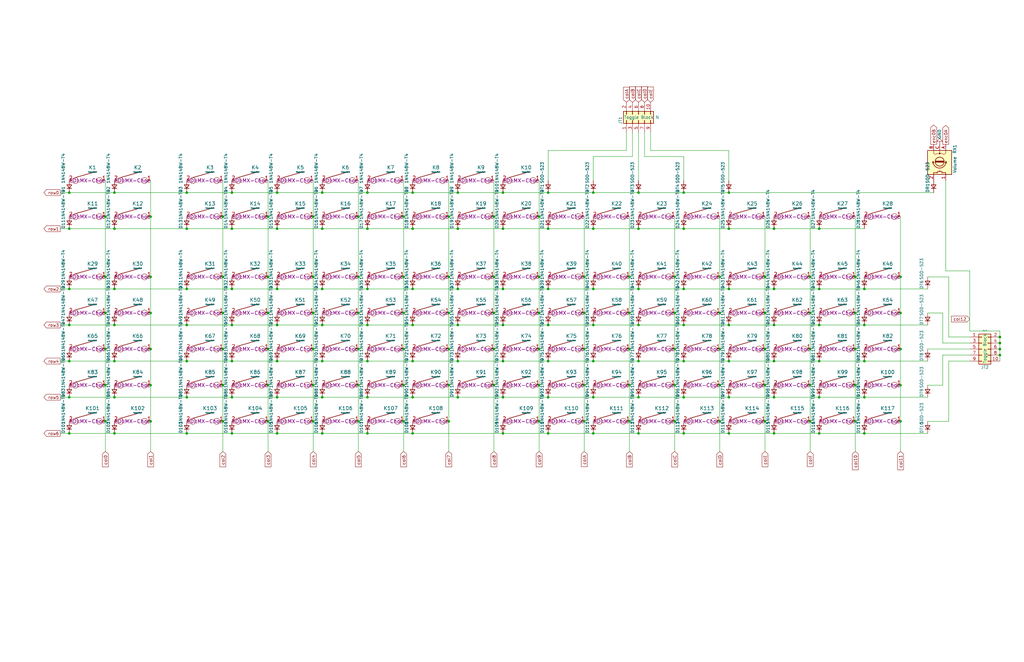
<source format=kicad_sch>
(kicad_sch (version 20211123) (generator eeschema)
  (paper "USLedger")
  (junction (at 250.19 121.92))
  (junction (at 246.38 116.84))
  (junction (at 44.45 162.56))
  (junction (at 135.89 152.4))
  (junction (at 341.63 132.08))
  (junction (at 212.09 152.4))
  (junction (at 341.63 162.56))
  (junction (at 208.28 147.32))
  (junction (at 116.84 152.4))
  (junction (at 288.29 81.28))
  (junction (at 44.45 147.32))
  (junction (at 250.19 167.64))
  (junction (at 231.14 137.16))
  (junction (at 29.21 167.64))
  (junction (at 189.23 116.84))
  (junction (at 48.26 121.92))
  (junction (at 154.94 121.92))
  (junction (at 93.98 132.08))
  (junction (at 250.19 137.16))
  (junction (at 208.28 91.44))
  (junction (at 78.74 182.88))
  (junction (at 97.79 137.16))
  (junction (at 212.09 121.92))
  (junction (at 78.74 167.64))
  (junction (at 265.43 147.32))
  (junction (at 151.13 116.84))
  (junction (at 193.04 137.16))
  (junction (at 246.38 162.56))
  (junction (at 421.64 142.24))
  (junction (at 208.28 162.56))
  (junction (at 288.29 167.64))
  (junction (at 173.99 152.4))
  (junction (at 44.45 177.8))
  (junction (at 212.09 81.28))
  (junction (at 97.79 121.92))
  (junction (at 48.26 152.4))
  (junction (at 307.34 81.28))
  (junction (at 63.5 162.56))
  (junction (at 265.43 162.56))
  (junction (at 173.99 96.52))
  (junction (at 135.89 167.64))
  (junction (at 379.73 116.84))
  (junction (at 364.49 121.92))
  (junction (at 78.74 81.28))
  (junction (at 265.43 177.8))
  (junction (at 97.79 96.52))
  (junction (at 63.5 91.44))
  (junction (at 307.34 182.88))
  (junction (at 48.26 137.16))
  (junction (at 322.58 177.8))
  (junction (at 322.58 116.84))
  (junction (at 97.79 152.4))
  (junction (at 93.98 147.32))
  (junction (at 135.89 121.92))
  (junction (at 341.63 116.84))
  (junction (at 322.58 162.56))
  (junction (at 132.08 132.08))
  (junction (at 135.89 96.52))
  (junction (at 341.63 177.8))
  (junction (at 227.33 147.32))
  (junction (at 345.44 96.52))
  (junction (at 360.68 147.32))
  (junction (at 269.24 81.28))
  (junction (at 116.84 182.88))
  (junction (at 227.33 91.44))
  (junction (at 284.48 162.56))
  (junction (at 231.14 182.88))
  (junction (at 212.09 182.88))
  (junction (at 345.44 167.64))
  (junction (at 326.39 152.4))
  (junction (at 116.84 96.52))
  (junction (at 364.49 182.88))
  (junction (at 48.26 81.28))
  (junction (at 421.64 147.32))
  (junction (at 78.74 96.52))
  (junction (at 307.34 167.64))
  (junction (at 116.84 121.92))
  (junction (at 307.34 121.92))
  (junction (at 208.28 132.08))
  (junction (at 78.74 121.92))
  (junction (at 48.26 182.88))
  (junction (at 303.53 177.8))
  (junction (at 29.21 182.88))
  (junction (at 151.13 147.32))
  (junction (at 132.08 162.56))
  (junction (at 170.18 132.08))
  (junction (at 250.19 81.28))
  (junction (at 189.23 162.56))
  (junction (at 113.03 162.56))
  (junction (at 93.98 91.44))
  (junction (at 212.09 167.64))
  (junction (at 29.21 96.52))
  (junction (at 303.53 162.56))
  (junction (at 307.34 152.4))
  (junction (at 231.14 167.64))
  (junction (at 322.58 147.32))
  (junction (at 421.64 149.86))
  (junction (at 44.45 91.44))
  (junction (at 231.14 81.28))
  (junction (at 132.08 91.44))
  (junction (at 269.24 152.4))
  (junction (at 227.33 162.56))
  (junction (at 288.29 137.16))
  (junction (at 116.84 137.16))
  (junction (at 250.19 152.4))
  (junction (at 231.14 96.52))
  (junction (at 48.26 96.52))
  (junction (at 269.24 182.88))
  (junction (at 269.24 167.64))
  (junction (at 269.24 96.52))
  (junction (at 208.28 116.84))
  (junction (at 173.99 167.64))
  (junction (at 135.89 137.16))
  (junction (at 78.74 152.4))
  (junction (at 326.39 121.92))
  (junction (at 113.03 177.8))
  (junction (at 170.18 116.84))
  (junction (at 193.04 121.92))
  (junction (at 151.13 132.08))
  (junction (at 135.89 182.88))
  (junction (at 29.21 121.92))
  (junction (at 48.26 167.64))
  (junction (at 360.68 162.56))
  (junction (at 360.68 116.84))
  (junction (at 116.84 81.28))
  (junction (at 93.98 177.8))
  (junction (at 173.99 81.28))
  (junction (at 379.73 132.08))
  (junction (at 421.64 144.78))
  (junction (at 97.79 167.64))
  (junction (at 364.49 167.64))
  (junction (at 132.08 177.8))
  (junction (at 265.43 132.08))
  (junction (at 170.18 162.56))
  (junction (at 269.24 121.92))
  (junction (at 63.5 147.32))
  (junction (at 246.38 132.08))
  (junction (at 189.23 132.08))
  (junction (at 288.29 182.88))
  (junction (at 63.5 177.8))
  (junction (at 345.44 121.92))
  (junction (at 29.21 137.16))
  (junction (at 154.94 167.64))
  (junction (at 170.18 177.8))
  (junction (at 173.99 121.92))
  (junction (at 193.04 152.4))
  (junction (at 113.03 147.32))
  (junction (at 93.98 116.84))
  (junction (at 189.23 147.32))
  (junction (at 193.04 167.64))
  (junction (at 212.09 137.16))
  (junction (at 29.21 152.4))
  (junction (at 284.48 132.08))
  (junction (at 135.89 81.28))
  (junction (at 360.68 177.8))
  (junction (at 151.13 177.8))
  (junction (at 154.94 81.28))
  (junction (at 364.49 152.4))
  (junction (at 116.84 167.64))
  (junction (at 154.94 182.88))
  (junction (at 288.29 152.4))
  (junction (at 97.79 81.28))
  (junction (at 250.19 182.88))
  (junction (at 154.94 152.4))
  (junction (at 231.14 121.92))
  (junction (at 360.68 132.08))
  (junction (at 193.04 96.52))
  (junction (at 151.13 91.44))
  (junction (at 250.19 96.52))
  (junction (at 307.34 137.16))
  (junction (at 341.63 147.32))
  (junction (at 170.18 91.44))
  (junction (at 288.29 96.52))
  (junction (at 97.79 182.88))
  (junction (at 265.43 116.84))
  (junction (at 345.44 137.16))
  (junction (at 345.44 152.4))
  (junction (at 93.98 162.56))
  (junction (at 227.33 177.8))
  (junction (at 303.53 132.08))
  (junction (at 246.38 177.8))
  (junction (at 44.45 116.84))
  (junction (at 154.94 96.52))
  (junction (at 379.73 147.32))
  (junction (at 379.73 177.8))
  (junction (at 288.29 121.92))
  (junction (at 113.03 116.84))
  (junction (at 173.99 137.16))
  (junction (at 284.48 116.84))
  (junction (at 246.38 147.32))
  (junction (at 63.5 116.84))
  (junction (at 326.39 182.88))
  (junction (at 284.48 147.32))
  (junction (at 303.53 147.32))
  (junction (at 322.58 132.08))
  (junction (at 303.53 116.84))
  (junction (at 170.18 147.32))
  (junction (at 345.44 182.88))
  (junction (at 364.49 137.16))
  (junction (at 113.03 91.44))
  (junction (at 189.23 91.44))
  (junction (at 132.08 147.32))
  (junction (at 231.14 152.4))
  (junction (at 212.09 96.52))
  (junction (at 269.24 137.16))
  (junction (at 29.21 81.28))
  (junction (at 326.39 167.64))
  (junction (at 326.39 96.52))
  (junction (at 132.08 116.84))
  (junction (at 151.13 162.56))
  (junction (at 113.03 132.08))
  (junction (at 44.45 132.08))
  (junction (at 307.34 96.52))
  (junction (at 326.39 137.16))
  (junction (at 63.5 132.08))
  (junction (at 227.33 116.84))
  (junction (at 284.48 177.8))
  (junction (at 193.04 81.28))
  (junction (at 189.23 177.8))
  (junction (at 379.73 162.56))
  (junction (at 78.74 137.16))
  (junction (at 227.33 132.08))
  (junction (at 154.94 137.16))
  (junction (at 173.99 182.88))
  (wire (pts (xy 360.68 147.32) (xy 360.68 162.56)))
  (wire (pts (xy 269.24 96.52) (xy 288.29 96.52)))
  (wire (pts (xy 116.84 167.64) (xy 97.79 167.64)))
  (wire (pts (xy 25.4 96.52) (xy 29.21 96.52)))
  (wire (pts (xy 93.98 132.08) (xy 93.98 147.32)))
  (wire (pts (xy 397.51 132.08) (xy 391.16 132.08)))
  (wire (pts (xy 408.94 149.86) (xy 397.51 149.86)))
  (wire (pts (xy 212.09 152.4) (xy 231.14 152.4)))
  (wire (pts (xy 189.23 91.44) (xy 189.23 116.84)))
  (wire (pts (xy 269.24 182.88) (xy 250.19 182.88)))
  (wire (pts (xy 307.34 121.92) (xy 326.39 121.92)))
  (wire (pts (xy 92.71 177.8) (xy 93.98 177.8)))
  (wire (pts (xy 48.26 96.52) (xy 29.21 96.52)))
  (wire (pts (xy 379.73 177.8) (xy 379.73 190.5)))
  (wire (pts (xy 173.99 182.88) (xy 212.09 182.88)))
  (wire (pts (xy 421.64 142.24) (xy 421.64 144.78)))
  (wire (pts (xy 97.79 81.28) (xy 116.84 81.28)))
  (wire (pts (xy 25.4 182.88) (xy 29.21 182.88)))
  (wire (pts (xy 345.44 121.92) (xy 364.49 121.92)))
  (wire (pts (xy 284.48 162.56) (xy 284.48 177.8)))
  (wire (pts (xy 303.53 162.56) (xy 303.53 177.8)))
  (wire (pts (xy 132.08 162.56) (xy 132.08 177.8)))
  (wire (pts (xy 212.09 81.28) (xy 231.14 81.28)))
  (wire (pts (xy 379.73 116.84) (xy 379.73 132.08)))
  (wire (pts (xy 208.28 116.84) (xy 208.28 132.08)))
  (wire (pts (xy 288.29 66.04) (xy 288.29 76.2)))
  (wire (pts (xy 173.99 81.28) (xy 193.04 81.28)))
  (wire (pts (xy 288.29 167.64) (xy 269.24 167.64)))
  (wire (pts (xy 97.79 152.4) (xy 116.84 152.4)))
  (wire (pts (xy 227.33 91.44) (xy 227.33 116.84)))
  (wire (pts (xy 116.84 137.16) (xy 97.79 137.16)))
  (wire (pts (xy 408.94 152.4) (xy 400.05 152.4)))
  (wire (pts (xy 132.08 116.84) (xy 132.08 132.08)))
  (wire (pts (xy 307.34 137.16) (xy 288.29 137.16)))
  (wire (pts (xy 421.64 144.78) (xy 421.64 147.32)))
  (wire (pts (xy 173.99 121.92) (xy 193.04 121.92)))
  (wire (pts (xy 189.23 116.84) (xy 189.23 132.08)))
  (wire (pts (xy 93.98 116.84) (xy 93.98 132.08)))
  (wire (pts (xy 288.29 81.28) (xy 307.34 81.28)))
  (wire (pts (xy 408.94 139.7) (xy 421.64 139.7)))
  (wire (pts (xy 288.29 152.4) (xy 307.34 152.4)))
  (wire (pts (xy 151.13 147.32) (xy 151.13 162.56)))
  (wire (pts (xy 266.7 66.04) (xy 250.19 66.04)))
  (wire (pts (xy 421.64 147.32) (xy 421.64 149.86)))
  (wire (pts (xy 322.58 91.44) (xy 322.58 116.84)))
  (wire (pts (xy 170.18 91.44) (xy 170.18 116.84)))
  (wire (pts (xy 78.74 121.92) (xy 97.79 121.92)))
  (wire (pts (xy 25.4 137.16) (xy 29.21 137.16)))
  (wire (pts (xy 63.5 132.08) (xy 63.5 147.32)))
  (wire (pts (xy 360.68 132.08) (xy 360.68 147.32)))
  (wire (pts (xy 173.99 152.4) (xy 193.04 152.4)))
  (wire (pts (xy 48.26 152.4) (xy 78.74 152.4)))
  (wire (pts (xy 48.26 182.88) (xy 29.21 182.88)))
  (wire (pts (xy 391.16 147.32) (xy 408.94 147.32)))
  (wire (pts (xy 250.19 137.16) (xy 231.14 137.16)))
  (wire (pts (xy 421.64 139.7) (xy 421.64 142.24)))
  (wire (pts (xy 44.45 132.08) (xy 44.45 147.32)))
  (wire (pts (xy 231.14 167.64) (xy 212.09 167.64)))
  (wire (pts (xy 29.21 152.4) (xy 48.26 152.4)))
  (wire (pts (xy 63.5 177.8) (xy 63.5 190.5)))
  (wire (pts (xy 154.94 137.16) (xy 135.89 137.16)))
  (wire (pts (xy 265.43 132.08) (xy 265.43 147.32)))
  (wire (pts (xy 269.24 152.4) (xy 288.29 152.4)))
  (wire (pts (xy 97.79 121.92) (xy 116.84 121.92)))
  (wire (pts (xy 189.23 132.08) (xy 189.23 147.32)))
  (wire (pts (xy 212.09 137.16) (xy 193.04 137.16)))
  (wire (pts (xy 284.48 116.84) (xy 284.48 132.08)))
  (wire (pts (xy 345.44 167.64) (xy 326.39 167.64)))
  (wire (pts (xy 29.21 81.28) (xy 48.26 81.28)))
  (wire (pts (xy 116.84 152.4) (xy 135.89 152.4)))
  (wire (pts (xy 250.19 66.04) (xy 250.19 76.2)))
  (wire (pts (xy 93.98 177.8) (xy 93.98 190.5)))
  (wire (pts (xy 266.7 55.88) (xy 266.7 66.04)))
  (wire (pts (xy 246.38 132.08) (xy 246.38 147.32)))
  (wire (pts (xy 29.21 121.92) (xy 48.26 121.92)))
  (wire (pts (xy 44.45 177.8) (xy 44.45 190.5)))
  (wire (pts (xy 132.08 91.44) (xy 132.08 116.84)))
  (wire (pts (xy 170.18 76.2) (xy 170.18 91.44)))
  (wire (pts (xy 307.34 63.5) (xy 307.34 76.2)))
  (wire (pts (xy 113.03 132.08) (xy 113.03 147.32)))
  (wire (pts (xy 303.53 91.44) (xy 303.53 116.84)))
  (wire (pts (xy 63.5 91.44) (xy 63.5 116.84)))
  (wire (pts (xy 48.26 96.52) (xy 78.74 96.52)))
  (wire (pts (xy 231.14 96.52) (xy 250.19 96.52)))
  (wire (pts (xy 193.04 96.52) (xy 212.09 96.52)))
  (wire (pts (xy 113.03 91.44) (xy 113.03 116.84)))
  (wire (pts (xy 193.04 81.28) (xy 212.09 81.28)))
  (wire (pts (xy 265.43 162.56) (xy 265.43 177.8)))
  (wire (pts (xy 322.58 132.08) (xy 322.58 116.84)))
  (wire (pts (xy 116.84 96.52) (xy 135.89 96.52)))
  (wire (pts (xy 400.05 142.24) (xy 400.05 116.84)))
  (wire (pts (xy 421.64 149.86) (xy 421.64 152.4)))
  (wire (pts (xy 364.49 152.4) (xy 391.16 152.4)))
  (wire (pts (xy 44.45 162.56) (xy 44.45 177.8)))
  (wire (pts (xy 398.78 76.2) (xy 398.78 114.3)))
  (wire (pts (xy 170.18 132.08) (xy 170.18 147.32)))
  (wire (pts (xy 227.33 76.2) (xy 227.33 91.44)))
  (wire (pts (xy 170.18 116.84) (xy 170.18 132.08)))
  (wire (pts (xy 288.29 182.88) (xy 269.24 182.88)))
  (wire (pts (xy 227.33 177.8) (xy 227.33 190.5)))
  (wire (pts (xy 341.63 116.84) (xy 341.63 132.08)))
  (wire (pts (xy 151.13 162.56) (xy 151.13 177.8)))
  (wire (pts (xy 227.33 132.08) (xy 227.33 147.32)))
  (wire (pts (xy 48.26 167.64) (xy 29.21 167.64)))
  (wire (pts (xy 345.44 182.88) (xy 364.49 182.88)))
  (wire (pts (xy 341.63 177.8) (xy 341.63 190.5)))
  (wire (pts (xy 307.34 152.4) (xy 326.39 152.4)))
  (wire (pts (xy 231.14 121.92) (xy 250.19 121.92)))
  (wire (pts (xy 231.14 63.5) (xy 231.14 76.2)))
  (wire (pts (xy 284.48 91.44) (xy 284.48 116.84)))
  (wire (pts (xy 307.34 182.88) (xy 288.29 182.88)))
  (wire (pts (xy 78.74 81.28) (xy 97.79 81.28)))
  (wire (pts (xy 212.09 96.52) (xy 231.14 96.52)))
  (wire (pts (xy 170.18 177.8) (xy 170.18 190.5)))
  (wire (pts (xy 269.24 81.28) (xy 288.29 81.28)))
  (wire (pts (xy 135.89 137.16) (xy 116.84 137.16)))
  (wire (pts (xy 63.5 116.84) (xy 63.5 132.08)))
  (wire (pts (xy 193.04 152.4) (xy 212.09 152.4)))
  (wire (pts (xy 151.13 91.44) (xy 151.13 116.84)))
  (wire (pts (xy 116.84 121.92) (xy 135.89 121.92)))
  (wire (pts (xy 189.23 177.8) (xy 189.23 190.5)))
  (wire (pts (xy 151.13 116.84) (xy 151.13 132.08)))
  (wire (pts (xy 303.53 147.32) (xy 303.53 162.56)))
  (wire (pts (xy 250.19 121.92) (xy 269.24 121.92)))
  (wire (pts (xy 170.18 162.56) (xy 170.18 177.8)))
  (wire (pts (xy 265.43 177.8) (xy 265.43 190.5)))
  (wire (pts (xy 364.49 137.16) (xy 345.44 137.16)))
  (wire (pts (xy 97.79 137.16) (xy 78.74 137.16)))
  (wire (pts (xy 132.08 132.08) (xy 132.08 147.32)))
  (wire (pts (xy 231.14 182.88) (xy 212.09 182.88)))
  (wire (pts (xy 265.43 116.84) (xy 265.43 132.08)))
  (wire (pts (xy 231.14 81.28) (xy 250.19 81.28)))
  (wire (pts (xy 360.68 91.44) (xy 360.68 116.84)))
  (wire (pts (xy 154.94 152.4) (xy 173.99 152.4)))
  (wire (pts (xy 208.28 132.08) (xy 208.28 147.32)))
  (wire (pts (xy 264.16 55.88) (xy 264.16 63.5)))
  (wire (pts (xy 322.58 177.8) (xy 322.58 190.5)))
  (wire (pts (xy 345.44 137.16) (xy 326.39 137.16)))
  (wire (pts (xy 132.08 76.2) (xy 132.08 91.44)))
  (wire (pts (xy 189.23 147.32) (xy 189.23 162.56)))
  (wire (pts (xy 360.68 177.8) (xy 360.68 190.5)))
  (wire (pts (xy 227.33 162.56) (xy 227.33 177.8)))
  (wire (pts (xy 379.73 132.08) (xy 379.73 147.32)))
  (wire (pts (xy 246.38 177.8) (xy 246.38 190.5)))
  (wire (pts (xy 44.45 91.44) (xy 44.45 116.84)))
  (wire (pts (xy 135.89 121.92) (xy 154.94 121.92)))
  (wire (pts (xy 303.53 116.84) (xy 303.53 132.08)))
  (wire (pts (xy 97.79 96.52) (xy 116.84 96.52)))
  (wire (pts (xy 397.51 144.78) (xy 397.51 132.08)))
  (wire (pts (xy 173.99 96.52) (xy 193.04 96.52)))
  (wire (pts (xy 400.05 116.84) (xy 391.16 116.84)))
  (wire (pts (xy 212.09 121.92) (xy 231.14 121.92)))
  (wire (pts (xy 208.28 76.2) (xy 208.28 91.44)))
  (wire (pts (xy 364.49 167.64) (xy 391.16 167.64)))
  (wire (pts (xy 400.05 177.8) (xy 391.16 177.8)))
  (wire (pts (xy 265.43 91.44) (xy 265.43 116.84)))
  (wire (pts (xy 116.84 81.28) (xy 135.89 81.28)))
  (wire (pts (xy 307.34 167.64) (xy 288.29 167.64)))
  (wire (pts (xy 326.39 137.16) (xy 307.34 137.16)))
  (wire (pts (xy 113.03 116.84) (xy 113.03 132.08)))
  (wire (pts (xy 284.48 177.8) (xy 284.48 190.5)))
  (wire (pts (xy 113.03 162.56) (xy 113.03 177.8)))
  (wire (pts (xy 341.63 132.08) (xy 341.63 147.32)))
  (wire (pts (xy 113.03 177.8) (xy 113.03 190.5)))
  (wire (pts (xy 408.94 114.3) (xy 408.94 139.7)))
  (wire (pts (xy 379.73 162.56) (xy 379.73 177.8)))
  (wire (pts (xy 364.49 121.92) (xy 391.16 121.92)))
  (wire (pts (xy 113.03 76.2) (xy 113.03 91.44)))
  (wire (pts (xy 135.89 182.88) (xy 116.84 182.88)))
  (wire (pts (xy 193.04 137.16) (xy 173.99 137.16)))
  (wire (pts (xy 48.26 121.92) (xy 78.74 121.92)))
  (wire (pts (xy 25.4 152.4) (xy 29.21 152.4)))
  (wire (pts (xy 97.79 167.64) (xy 78.74 167.64)))
  (wire (pts (xy 269.24 55.88) (xy 269.24 76.2)))
  (wire (pts (xy 250.19 167.64) (xy 231.14 167.64)))
  (wire (pts (xy 212.09 167.64) (xy 193.04 167.64)))
  (wire (pts (xy 250.19 81.28) (xy 269.24 81.28)))
  (wire (pts (xy 341.63 147.32) (xy 341.63 162.56)))
  (wire (pts (xy 345.44 152.4) (xy 364.49 152.4)))
  (wire (pts (xy 116.84 182.88) (xy 97.79 182.88)))
  (wire (pts (xy 44.45 147.32) (xy 44.45 162.56)))
  (wire (pts (xy 303.53 132.08) (xy 303.53 147.32)))
  (wire (pts (xy 48.26 137.16) (xy 29.21 137.16)))
  (wire (pts (xy 48.26 182.88) (xy 78.74 182.88)))
  (wire (pts (xy 48.26 137.16) (xy 78.74 137.16)))
  (wire (pts (xy 341.63 91.44) (xy 341.63 116.84)))
  (wire (pts (xy 271.78 66.04) (xy 288.29 66.04)))
  (wire (pts (xy 250.19 96.52) (xy 269.24 96.52)))
  (wire (pts (xy 63.5 147.32) (xy 63.5 162.56)))
  (wire (pts (xy 189.23 162.56) (xy 189.23 177.8)))
  (wire (pts (xy 364.49 182.88) (xy 391.16 182.88)))
  (wire (pts (xy 379.73 147.32) (xy 379.73 162.56)))
  (wire (pts (xy 154.94 167.64) (xy 135.89 167.64)))
  (wire (pts (xy 345.44 167.64) (xy 364.49 167.64)))
  (wire (pts (xy 246.38 116.84) (xy 246.38 132.08)))
  (wire (pts (xy 274.32 63.5) (xy 307.34 63.5)))
  (wire (pts (xy 264.16 63.5) (xy 231.14 63.5)))
  (wire (pts (xy 408.94 144.78) (xy 397.51 144.78)))
  (wire (pts (xy 269.24 167.64) (xy 250.19 167.64)))
  (wire (pts (xy 398.78 114.3) (xy 408.94 114.3)))
  (wire (pts (xy 208.28 162.56) (xy 208.28 190.5)))
  (wire (pts (xy 151.13 76.2) (xy 151.13 91.44)))
  (wire (pts (xy 231.14 137.16) (xy 212.09 137.16)))
  (wire (pts (xy 284.48 132.08) (xy 284.48 147.32)))
  (wire (pts (xy 135.89 81.28) (xy 154.94 81.28)))
  (wire (pts (xy 78.74 152.4) (xy 97.79 152.4)))
  (wire (pts (xy 193.04 167.64) (xy 173.99 167.64)))
  (wire (pts (xy 250.19 182.88) (xy 231.14 182.88)))
  (wire (pts (xy 227.33 147.32) (xy 227.33 162.56)))
  (wire (pts (xy 397.51 149.86) (xy 397.51 162.56)))
  (wire (pts (xy 63.5 76.2) (xy 63.5 91.44)))
  (wire (pts (xy 170.18 147.32) (xy 170.18 162.56)))
  (wire (pts (xy 173.99 137.16) (xy 154.94 137.16)))
  (wire (pts (xy 288.29 96.52) (xy 307.34 96.52)))
  (wire (pts (xy 132.08 177.8) (xy 132.08 190.5)))
  (wire (pts (xy 269.24 121.92) (xy 288.29 121.92)))
  (wire (pts (xy 400.05 152.4) (xy 400.05 177.8)))
  (wire (pts (xy 48.26 81.28) (xy 78.74 81.28)))
  (wire (pts (xy 397.51 162.56) (xy 391.16 162.56)))
  (wire (pts (xy 208.28 91.44) (xy 208.28 116.84)))
  (wire (pts (xy 44.45 76.2) (xy 44.45 91.44)))
  (wire (pts (xy 322.58 147.32) (xy 322.58 132.08)))
  (wire (pts (xy 246.38 147.32) (xy 246.38 162.56)))
  (wire (pts (xy 93.98 162.56) (xy 93.98 177.8)))
  (wire (pts (xy 246.38 91.44) (xy 246.38 116.84)))
  (wire (pts (xy 322.58 147.32) (xy 322.58 162.56)))
  (wire (pts (xy 135.89 152.4) (xy 154.94 152.4)))
  (wire (pts (xy 173.99 182.88) (xy 154.94 182.88)))
  (wire (pts (xy 269.24 137.16) (xy 250.19 137.16)))
  (wire (pts (xy 307.34 96.52) (xy 326.39 96.52)))
  (wire (pts (xy 250.19 152.4) (xy 269.24 152.4)))
  (wire (pts (xy 78.74 182.88) (xy 97.79 182.88)))
  (wire (pts (xy 93.98 91.44) (xy 93.98 116.84)))
  (wire (pts (xy 326.39 167.64) (xy 307.34 167.64)))
  (wire (pts (xy 25.4 167.64) (xy 29.21 167.64)))
  (wire (pts (xy 303.53 177.8) (xy 303.53 190.5)))
  (wire (pts (xy 271.78 55.88) (xy 271.78 66.04)))
  (wire (pts (xy 25.4 121.92) (xy 29.21 121.92)))
  (wire (pts (xy 113.03 147.32) (xy 113.03 162.56)))
  (wire (pts (xy 231.14 152.4) (xy 250.19 152.4)))
  (wire (pts (xy 345.44 182.88) (xy 326.39 182.88)))
  (wire (pts (xy 132.08 147.32) (xy 132.08 162.56)))
  (wire (pts (xy 25.4 81.28) (xy 29.21 81.28)))
  (wire (pts (xy 154.94 96.52) (xy 173.99 96.52)))
  (wire (pts (xy 288.29 121.92) (xy 307.34 121.92)))
  (wire (pts (xy 265.43 147.32) (xy 265.43 162.56)))
  (wire (pts (xy 151.13 177.8) (xy 151.13 190.5)))
  (wire (pts (xy 341.63 162.56) (xy 341.63 177.8)))
  (wire (pts (xy 246.38 162.56) (xy 246.38 177.8)))
  (wire (pts (xy 307.34 81.28) (xy 393.7 81.28)))
  (wire (pts (xy 48.26 167.64) (xy 78.74 167.64)))
  (wire (pts (xy 208.28 147.32) (xy 208.28 162.56)))
  (wire (pts (xy 322.58 162.56) (xy 322.58 177.8)))
  (wire (pts (xy 63.5 162.56) (xy 63.5 177.8)))
  (wire (pts (xy 326.39 121.92) (xy 345.44 121.92)))
  (wire (pts (xy 189.23 76.2) (xy 189.23 91.44)))
  (wire (pts (xy 345.44 96.52) (xy 364.49 96.52)))
  (wire (pts (xy 326.39 96.52) (xy 345.44 96.52)))
  (wire (pts (xy 78.74 96.52) (xy 97.79 96.52)))
  (wire (pts (xy 93.98 76.2) (xy 93.98 91.44)))
  (wire (pts (xy 151.13 132.08) (xy 151.13 147.32)))
  (wire (pts (xy 154.94 81.28) (xy 173.99 81.28)))
  (wire (pts (xy 326.39 152.4) (xy 345.44 152.4)))
  (wire (pts (xy 173.99 167.64) (xy 154.94 167.64)))
  (wire (pts (xy 135.89 96.52) (xy 154.94 96.52)))
  (wire (pts (xy 360.68 116.84) (xy 360.68 132.08)))
  (wire (pts (xy 93.98 147.32) (xy 93.98 162.56)))
  (wire (pts (xy 154.94 182.88) (xy 135.89 182.88)))
  (wire (pts (xy 44.45 116.84) (xy 44.45 132.08)))
  (wire (pts (xy 364.49 137.16) (xy 391.16 137.16)))
  (wire (pts (xy 274.32 55.88) (xy 274.32 63.5)))
  (wire (pts (xy 379.73 91.44) (xy 379.73 116.84)))
  (wire (pts (xy 288.29 137.16) (xy 269.24 137.16)))
  (wire (pts (xy 193.04 121.92) (xy 212.09 121.92)))
  (wire (pts (xy 154.94 121.92) (xy 173.99 121.92)))
  (wire (pts (xy 227.33 116.84) (xy 227.33 132.08)))
  (wire (pts (xy 284.48 147.32) (xy 284.48 162.56)))
  (wire (pts (xy 326.39 182.88) (xy 307.34 182.88)))
  (wire (pts (xy 360.68 162.56) (xy 360.68 177.8)))
  (wire (pts (xy 135.89 167.64) (xy 116.84 167.64)))
  (wire (pts (xy 408.94 142.24) (xy 400.05 142.24)))
  (global_label "colB" (shape input) (at 265.43 190.5 270) (property "Intersheet References" "${INTERSHEET_REFS}" (effects hide)))
  (global_label "colE" (shape input) (at 322.58 190.5 270) (property "Intersheet References" "${INTERSHEET_REFS}" (effects hide)))
  (global_label "col11" (shape input) (at 379.73 190.5 270) (property "Intersheet References" "${INTERSHEET_REFS}" (effects hide)))
  (global_label "colD" (shape input) (at 271.78 43.18 90) (property "Intersheet References" "${INTERSHEET_REFS}" (effects hide)))
  (global_label "col6" (shape input) (at 170.18 190.5 270) (property "Intersheet References" "${INTERSHEET_REFS}" (effects hide)))
  (global_label "colA" (shape input) (at 264.16 43.18 90) (property "Intersheet References" "${INTERSHEET_REFS}" (effects hide)))
  (global_label "row6" (shape output) (at 25.4 182.88 180) (property "Intersheet References" "${INTERSHEET_REFS}" (effects hide)))
  (global_label "col5" (shape input) (at 151.13 190.5 270) (property "Intersheet References" "${INTERSHEET_REFS}" (effects hide)))
  (global_label "colA" (shape input) (at 246.38 190.5 270) (property "Intersheet References" "${INTERSHEET_REFS}" (effects hide)))
  (global_label "col2" (shape input) (at 93.98 190.5 270) (property "Intersheet References" "${INTERSHEET_REFS}" (effects hide)))
  (global_label "col8" (shape input) (at 208.28 190.5 270) (property "Intersheet References" "${INTERSHEET_REFS}" (effects hide)))
  (global_label "row4" (shape output) (at 25.4 152.4 180) (property "Intersheet References" "${INTERSHEET_REFS}" (effects hide)))
  (global_label "colE" (shape input) (at 274.32 43.18 90) (property "Intersheet References" "${INTERSHEET_REFS}" (effects hide)))
  (global_label "col4" (shape input) (at 132.08 190.5 270) (property "Intersheet References" "${INTERSHEET_REFS}" (effects hide)))
  (global_label "row3" (shape output) (at 25.4 137.16 180) (property "Intersheet References" "${INTERSHEET_REFS}" (effects hide)))
  (global_label "enc0A" (shape output) (at 398.78 60.96 90) (property "Intersheet References" "${INTERSHEET_REFS}" (effects hide)))
  (global_label "col1" (shape input) (at 63.5 190.5 270) (property "Intersheet References" "${INTERSHEET_REFS}" (effects hide)))
  (global_label "colB" (shape input) (at 266.7 43.18 90) (property "Intersheet References" "${INTERSHEET_REFS}" (effects hide)))
  (global_label "enc0B" (shape output) (at 393.7 60.96 90) (property "Intersheet References" "${INTERSHEET_REFS}" (effects hide)))
  (global_label "col7" (shape input) (at 189.23 190.5 270) (property "Intersheet References" "${INTERSHEET_REFS}" (effects hide)))
  (global_label "col0" (shape input) (at 44.45 190.5 270) (property "Intersheet References" "${INTERSHEET_REFS}" (effects hide)))
  (global_label "colD" (shape input) (at 303.53 190.5 270) (property "Intersheet References" "${INTERSHEET_REFS}" (effects hide)))
  (global_label "row5" (shape output) (at 25.4 167.64 180) (property "Intersheet References" "${INTERSHEET_REFS}" (effects hide)))
  (global_label "col12" (shape input) (at 408.94 134.62 180) (property "Intersheet References" "${INTERSHEET_REFS}" (effects hide)))
  (global_label "colC" (shape input) (at 269.24 43.18 90) (property "Intersheet References" "${INTERSHEET_REFS}" (effects hide)))
  (global_label "col3" (shape input) (at 113.03 190.5 270) (property "Intersheet References" "${INTERSHEET_REFS}" (effects hide)))
  (global_label "row1" (shape output) (at 25.4 96.52 180) (property "Intersheet References" "${INTERSHEET_REFS}" (effects hide)))
  (global_label "col9" (shape input) (at 227.33 190.5 270) (property "Intersheet References" "${INTERSHEET_REFS}" (effects hide)))
  (global_label "colC" (shape input) (at 284.48 190.5 270) (property "Intersheet References" "${INTERSHEET_REFS}" (effects hide)))
  (global_label "col10" (shape input) (at 360.68 190.5 270) (property "Intersheet References" "${INTERSHEET_REFS}" (effects hide)))
  (global_label "row2" (shape output) (at 25.4 121.92 180) (property "Intersheet References" "${INTERSHEET_REFS}" (effects hide)))
  (global_label "row0" (shape output) (at 25.4 81.28 180) (property "Intersheet References" "${INTERSHEET_REFS}" (effects hide)))
  (global_label "colF" (shape input) (at 341.63 190.5 270) (property "Intersheet References" "${INTERSHEET_REFS}" (effects hide)))
  (symbol (lib_id "Device:D_Small") (at 78.74 149.86 270) (mirror x) (unit 1)
    (property "Reference" "D67" (at 76.2 152.4 0) (effects (justify left)))
    (property "Value" "1N4148W-T4" (at 76.2 148.59 0) (effects (justify left)))
    (property "Footprint" "EDI:D_SOD-523" (effects hide))
    (property "LCSC" "C68948" (effects hide))
  )
  (symbol (lib_id "EDI:Keyswitch") (at 200.66 132.08 0) (unit 1)
    (property "Reference" "K55" (at 202.8444 126.5682 0) (effects (font (size 1.524 1.524))))
    (property "Value" "Keyswitch" (at 202.8444 128.4478 0) (effects (font (size 0.508 0.508))))
    (property "Footprint" "EDI:MX-Choc" (at 200.66 132.08 0) (effects (font (size 1.524 1.524))))
  )
  (symbol (lib_id "Device:D_Small") (at 391.16 134.62 270) (mirror x) (unit 1)
    (property "Reference" "DT7" (at 388.62 137.16 0) (effects (justify left)))
    (property "Value" "SOD-523" (at 388.62 133.35 0) (effects (justify left)))
    (property "Footprint" "EDI:D_SOD-523" (effects hide))
    (property "LCSC" "C2802290" (effects hide))
  )
  (symbol (lib_id "Device:D_Small") (at 231.14 119.38 270) (mirror x) (unit 1)
    (property "Reference" "D39" (at 228.6 121.92 0) (effects (justify left)))
    (property "Value" "1N4148W-T4" (at 228.6 118.11 0) (effects (justify left)))
    (property "Footprint" "EDI:D_SOD-523" (effects hide))
    (property "LCSC" "C68948" (effects hide))
  )
  (symbol (lib_id "Device:D_Small") (at 154.94 165.1 270) (mirror x) (unit 1)
    (property "Reference" "D89" (at 152.4 167.64 0) (effects (justify left)))
    (property "Value" "1N4148W-T4" (at 152.4 163.83 0) (effects (justify left)))
    (property "Footprint" "EDI:D_SOD-523" (effects hide))
    (property "LCSC" "C68948" (effects hide))
  )
  (symbol (lib_id "Device:D_Small") (at 345.44 165.1 270) (mirror x) (unit 1)
    (property "Reference" "D99" (at 342.9 167.64 0) (effects (justify left)))
    (property "Value" "1N4148W-T4" (at 342.9 163.83 0) (effects (justify left)))
    (property "Footprint" "EDI:D_SOD-523" (effects hide))
    (property "LCSC" "C68948" (effects hide))
  )
  (symbol (lib_id "EDI:Keyswitch") (at 219.71 177.8 0) (unit 1)
    (property "Reference" "K109" (at 221.8944 172.2882 0) (effects (font (size 1.524 1.524))))
    (property "Value" "Keyswitch" (at 221.8944 174.1678 0) (effects (font (size 0.508 0.508))))
    (property "Footprint" "EDI:MX-Choc" (at 219.71 177.8 0) (effects (font (size 1.524 1.524))))
  )
  (symbol (lib_id "EDI:Keyswitch") (at 238.76 116.84 0) (unit 1)
    (property "Reference" "K39" (at 240.9444 111.3282 0) (effects (font (size 1.524 1.524))))
    (property "Value" "Keyswitch" (at 240.9444 113.2078 0) (effects (font (size 0.508 0.508))))
    (property "Footprint" "EDI:MX-Choc" (at 238.76 116.84 0) (effects (font (size 1.524 1.524))))
  )
  (symbol (lib_id "Device:D_Small") (at 269.24 149.86 270) (mirror x) (unit 1)
    (property "Reference" "D77" (at 266.7 152.4 0) (effects (justify left)))
    (property "Value" "1N4148W-T4" (at 266.7 148.59 0) (effects (justify left)))
    (property "Footprint" "EDI:D_SOD-523" (effects hide))
    (property "LCSC" "C68948" (effects hide))
  )
  (symbol (lib_id "EDI:Keyswitch") (at 36.83 162.56 0) (unit 1)
    (property "Reference" "K83" (at 39.0144 157.0482 0) (effects (font (size 1.524 1.524))))
    (property "Value" "Keyswitch" (at 39.0144 158.9278 0) (effects (font (size 0.508 0.508))))
    (property "Footprint" "EDI:MX-Choc" (at 36.83 162.56 0) (effects (font (size 1.524 1.524))))
  )
  (symbol (lib_id "Device:D_Small") (at 48.26 180.34 270) (mirror x) (unit 1)
    (property "Reference" "D102" (at 45.72 182.88 0) (effects (justify left)))
    (property "Value" "1N4148W-T4" (at 45.72 179.07 0) (effects (justify left)))
    (property "Footprint" "EDI:D_SOD-523" (effects hide))
    (property "LCSC" "C68948" (effects hide))
  )
  (symbol (lib_id "EDI:Keyswitch") (at 162.56 76.2 0) (unit 1)
    (property "Reference" "K7" (at 164.7444 70.6882 0) (effects (font (size 1.524 1.524))))
    (property "Value" "Keyswitch" (at 164.7444 72.5678 0) (effects (font (size 0.508 0.508))))
    (property "Footprint" "EDI:MX-Choc" (at 162.56 76.2 0) (effects (font (size 1.524 1.524))))
  )
  (symbol (lib_id "Device:D_Small") (at 135.89 78.74 270) (mirror x) (unit 1)
    (property "Reference" "D6" (at 133.35 81.28 0) (effects (justify left)))
    (property "Value" "1N4148W-T4" (at 133.35 77.47 0) (effects (justify left)))
    (property "Footprint" "EDI:D_SOD-523" (effects hide))
    (property "LCSC" "C68948" (effects hide))
  )
  (symbol (lib_id "Device:D_Small") (at 391.16 149.86 270) (mirror x) (unit 1)
    (property "Reference" "DT8" (at 388.62 152.4 0) (effects (justify left)))
    (property "Value" "SOD-523" (at 388.62 148.59 0) (effects (justify left)))
    (property "Footprint" "EDI:D_SOD-523" (effects hide))
    (property "LCSC" "C2802290" (effects hide))
  )
  (symbol (lib_id "Device:D_Small") (at 154.94 149.86 270) (mirror x) (unit 1)
    (property "Reference" "D71" (at 152.4 152.4 0) (effects (justify left)))
    (property "Value" "1N4148W-T4" (at 152.4 148.59 0) (effects (justify left)))
    (property "Footprint" "EDI:D_SOD-523" (effects hide))
    (property "LCSC" "C68948" (effects hide))
  )
  (symbol (lib_id "Device:D_Small") (at 97.79 180.34 270) (mirror x) (unit 1)
    (property "Reference" "D104" (at 95.25 182.88 0) (effects (justify left)))
    (property "Value" "1N4148W-T4" (at 95.25 179.07 0) (effects (justify left)))
    (property "Footprint" "EDI:D_SOD-523" (effects hide))
    (property "LCSC" "C68948" (effects hide))
  )
  (symbol (lib_id "EDI:Keyswitch") (at 105.41 76.2 0) (unit 1)
    (property "Reference" "K4" (at 107.5944 70.6882 0) (effects (font (size 1.524 1.524))))
    (property "Value" "Keyswitch" (at 107.5944 72.5678 0) (effects (font (size 0.508 0.508))))
    (property "Footprint" "EDI:MX-Choc" (at 105.41 76.2 0) (effects (font (size 1.524 1.524))))
  )
  (symbol (lib_id "EDI:Keyswitch") (at 124.46 91.44 0) (unit 1)
    (property "Reference" "K15" (at 126.6444 85.9282 0) (effects (font (size 1.524 1.524))))
    (property "Value" "Keyswitch" (at 126.6444 87.8078 0) (effects (font (size 0.508 0.508))))
    (property "Footprint" "EDI:MX-Choc" (at 124.46 91.44 0) (effects (font (size 1.524 1.524))))
  )
  (symbol (lib_id "Device:D_Small") (at 97.79 149.86 270) (mirror x) (unit 1)
    (property "Reference" "D68" (at 95.25 152.4 0) (effects (justify left)))
    (property "Value" "1N4148W-T4" (at 95.25 148.59 0) (effects (justify left)))
    (property "Footprint" "EDI:D_SOD-523" (effects hide))
    (property "LCSC" "C68948" (effects hide))
  )
  (symbol (lib_id "Device:D_Small") (at 193.04 134.62 270) (mirror x) (unit 1)
    (property "Reference" "D55" (at 190.5 137.16 0) (effects (justify left)))
    (property "Value" "1N4148W-T4" (at 190.5 133.35 0) (effects (justify left)))
    (property "Footprint" "EDI:D_SOD-523" (effects hide))
    (property "LCSC" "C68948" (effects hide))
  )
  (symbol (lib_id "Device:D_Small") (at 173.99 119.38 270) (mirror x) (unit 1)
    (property "Reference" "D36" (at 171.45 121.92 0) (effects (justify left)))
    (property "Value" "1N4148W-T4" (at 171.45 118.11 0) (effects (justify left)))
    (property "Footprint" "EDI:D_SOD-523" (effects hide))
    (property "LCSC" "C68948" (effects hide))
  )
  (symbol (lib_id "Device:D_Small") (at 173.99 180.34 270) (mirror x) (unit 1)
    (property "Reference" "D108" (at 171.45 182.88 0) (effects (justify left)))
    (property "Value" "1N4148W-T4" (at 171.45 179.07 0) (effects (justify left)))
    (property "Footprint" "EDI:D_SOD-523" (effects hide))
    (property "LCSC" "C68948" (effects hide))
  )
  (symbol (lib_id "Device:D_Small") (at 288.29 180.34 270) (mirror x) (unit 1)
    (property "Reference" "D113" (at 285.75 182.88 0) (effects (justify left)))
    (property "Value" "1N4148W-T4" (at 285.75 179.07 0) (effects (justify left)))
    (property "Footprint" "EDI:D_SOD-523" (effects hide))
    (property "LCSC" "C68948" (effects hide))
  )
  (symbol (lib_id "EDI:Keyswitch") (at 36.83 147.32 0) (unit 1)
    (property "Reference" "K65" (at 39.0144 141.8082 0) (effects (font (size 1.524 1.524))))
    (property "Value" "Keyswitch" (at 39.0144 143.6878 0) (effects (font (size 0.508 0.508))))
    (property "Footprint" "EDI:MX-Choc" (at 36.83 147.32 0) (effects (font (size 1.524 1.524))))
  )
  (symbol (lib_id "Device:D_Small") (at 269.24 165.1 270) (mirror x) (unit 1)
    (property "Reference" "D95" (at 266.7 167.64 0) (effects (justify left)))
    (property "Value" "1N4148W-T4" (at 266.7 163.83 0) (effects (justify left)))
    (property "Footprint" "EDI:D_SOD-523" (effects hide))
    (property "LCSC" "C68948" (effects hide))
  )
  (symbol (lib_id "Device:D_Small") (at 345.44 149.86 270) (mirror x) (unit 1)
    (property "Reference" "D81" (at 342.9 152.4 0) (effects (justify left)))
    (property "Value" "1N4148W-T4" (at 342.9 148.59 0) (effects (justify left)))
    (property "Footprint" "EDI:D_SOD-523" (effects hide))
    (property "LCSC" "C68948" (effects hide))
  )
  (symbol (lib_id "Device:D_Small") (at 212.09 180.34 270) (mirror x) (unit 1)
    (property "Reference" "D109" (at 209.55 182.88 0) (effects (justify left)))
    (property "Value" "1N4148W-T4" (at 209.55 179.07 0) (effects (justify left)))
    (property "Footprint" "EDI:D_SOD-523" (effects hide))
    (property "LCSC" "C68948" (effects hide))
  )
  (symbol (lib_id "EDI:Keyswitch") (at 105.41 132.08 0) (unit 1)
    (property "Reference" "K50" (at 107.5944 126.5682 0) (effects (font (size 1.524 1.524))))
    (property "Value" "Keyswitch" (at 107.5944 128.4478 0) (effects (font (size 0.508 0.508))))
    (property "Footprint" "EDI:MX-Choc" (at 105.41 132.08 0) (effects (font (size 1.524 1.524))))
  )
  (symbol (lib_id "EDI:Keyswitch") (at 353.06 147.32 0) (unit 1)
    (property "Reference" "K81" (at 355.2444 141.8082 0) (effects (font (size 1.524 1.524))))
    (property "Value" "Keyswitch" (at 355.2444 143.6878 0) (effects (font (size 0.508 0.508))))
    (property "Footprint" "EDI:MX-Choc" (at 353.06 147.32 0) (effects (font (size 1.524 1.524))))
  )
  (symbol (lib_id "Device:D_Small") (at 391.16 119.38 270) (mirror x) (unit 1)
    (property "Reference" "DT6" (at 388.62 121.92 0) (effects (justify left)))
    (property "Value" "SOD-523" (at 388.62 118.11 0) (effects (justify left)))
    (property "Footprint" "EDI:D_SOD-523" (effects hide))
    (property "LCSC" "C2802290" (effects hide))
  )
  (symbol (lib_id "EDI:Keyswitch") (at 162.56 177.8 0) (unit 1)
    (property "Reference" "K107" (at 164.7444 172.2882 0) (effects (font (size 1.524 1.524))))
    (property "Value" "Keyswitch" (at 164.7444 174.1678 0) (effects (font (size 0.508 0.508))))
    (property "Footprint" "EDI:MX-Choc" (at 162.56 177.8 0) (effects (font (size 1.524 1.524))))
  )
  (symbol (lib_id "EDI:Keyswitch") (at 372.11 177.8 0) (unit 1)
    (property "Reference" "K117" (at 374.2944 172.2882 0) (effects (font (size 1.524 1.524))))
    (property "Value" "Keyswitch" (at 374.2944 174.1678 0) (effects (font (size 0.508 0.508))))
    (property "Footprint" "EDI:MX-Choc" (at 372.11 177.8 0) (effects (font (size 1.524 1.524))))
  )
  (symbol (lib_id "Device:D_Small") (at 250.19 149.86 270) (mirror x) (unit 1)
    (property "Reference" "D76" (at 247.65 152.4 0) (effects (justify left)))
    (property "Value" "1N4148W-T4" (at 247.65 148.59 0) (effects (justify left)))
    (property "Footprint" "EDI:D_SOD-523" (effects hide))
    (property "LCSC" "C68948" (effects hide))
  )
  (symbol (lib_id "Device:D_Small") (at 288.29 134.62 270) (mirror x) (unit 1)
    (property "Reference" "D60" (at 285.75 137.16 0) (effects (justify left)))
    (property "Value" "1N4148W-T4" (at 285.75 133.35 0) (effects (justify left)))
    (property "Footprint" "EDI:D_SOD-523" (effects hide))
    (property "LCSC" "C68948" (effects hide))
  )
  (symbol (lib_id "Device:D_Small") (at 154.94 93.98 270) (mirror x) (unit 1)
    (property "Reference" "D17" (at 152.4 96.52 0) (effects (justify left)))
    (property "Value" "1N4148W-T4" (at 152.4 92.71 0) (effects (justify left)))
    (property "Footprint" "EDI:D_SOD-523" (effects hide))
    (property "LCSC" "C68948" (effects hide))
  )
  (symbol (lib_id "Device:D_Small") (at 307.34 134.62 270) (mirror x) (unit 1)
    (property "Reference" "D61" (at 304.8 137.16 0) (effects (justify left)))
    (property "Value" "1N4148W-T4" (at 304.8 133.35 0) (effects (justify left)))
    (property "Footprint" "EDI:D_SOD-523" (effects hide))
    (property "LCSC" "C68948" (effects hide))
  )
  (symbol (lib_id "EDI:Keyswitch") (at 238.76 147.32 0) (unit 1)
    (property "Reference" "K75" (at 240.9444 141.8082 0) (effects (font (size 1.524 1.524))))
    (property "Value" "Keyswitch" (at 240.9444 143.6878 0) (effects (font (size 0.508 0.508))))
    (property "Footprint" "EDI:MX-Choc" (at 238.76 147.32 0) (effects (font (size 1.524 1.524))))
  )
  (symbol (lib_id "Device:D_Small") (at 250.19 180.34 270) (mirror x) (unit 1)
    (property "Reference" "D111" (at 247.65 182.88 0) (effects (justify left)))
    (property "Value" "1N4148W-T4" (at 247.65 179.07 0) (effects (justify left)))
    (property "Footprint" "EDI:D_SOD-523" (effects hide))
    (property "LCSC" "C68948" (effects hide))
  )
  (symbol (lib_id "Device:D_Small") (at 97.79 134.62 270) (mirror x) (unit 1)
    (property "Reference" "D50" (at 95.25 137.16 0) (effects (justify left)))
    (property "Value" "1N4148W-T4" (at 95.25 133.35 0) (effects (justify left)))
    (property "Footprint" "EDI:D_SOD-523" (effects hide))
    (property "LCSC" "C68948" (effects hide))
  )
  (symbol (lib_id "EDI:Keyswitch") (at 181.61 116.84 0) (unit 1)
    (property "Reference" "K36" (at 183.7944 111.3282 0) (effects (font (size 1.524 1.524))))
    (property "Value" "Keyswitch" (at 183.7944 113.2078 0) (effects (font (size 0.508 0.508))))
    (property "Footprint" "EDI:MX-Choc" (at 181.61 116.84 0) (effects (font (size 1.524 1.524))))
  )
  (symbol (lib_id "EDI:Keyswitch") (at 105.41 177.8 0) (unit 1)
    (property "Reference" "K104" (at 107.5944 172.2882 0) (effects (font (size 1.524 1.524))))
    (property "Value" "Keyswitch" (at 107.5944 174.1678 0) (effects (font (size 0.508 0.508))))
    (property "Footprint" "EDI:MX-Choc" (at 105.41 177.8 0) (effects (font (size 1.524 1.524))))
  )
  (symbol (lib_id "EDI:Keyswitch") (at 36.83 177.8 0) (unit 1)
    (property "Reference" "K101" (at 39.0144 172.2882 0) (effects (font (size 1.524 1.524))))
    (property "Value" "Keyswitch" (at 39.0144 174.1678 0) (effects (font (size 0.508 0.508))))
    (property "Footprint" "EDI:MX-Choc" (at 36.83 177.8 0) (effects (font (size 1.524 1.524))))
  )
  (symbol (lib_id "Device:D_Small") (at 29.21 165.1 270) (mirror x) (unit 1)
    (property "Reference" "D83" (at 26.67 167.64 0) (effects (justify left)))
    (property "Value" "1N4148W-T4" (at 26.67 163.83 0) (effects (justify left)))
    (property "Footprint" "EDI:D_SOD-523" (effects hide))
    (property "LCSC" "C68948" (effects hide))
  )
  (symbol (lib_id "EDI:Keyswitch") (at 276.86 162.56 0) (unit 1)
    (property "Reference" "K95" (at 279.0444 157.0482 0) (effects (font (size 1.524 1.524))))
    (property "Value" "Keyswitch" (at 279.0444 158.9278 0) (effects (font (size 0.508 0.508))))
    (property "Footprint" "EDI:MX-Choc" (at 276.86 162.56 0) (effects (font (size 1.524 1.524))))
  )
  (symbol (lib_id "Device:D_Small") (at 326.39 165.1 270) (mirror x) (unit 1)
    (property "Reference" "D98" (at 323.85 167.64 0) (effects (justify left)))
    (property "Value" "1N4148W-T4" (at 323.85 163.83 0) (effects (justify left)))
    (property "Footprint" "EDI:D_SOD-523" (effects hide))
    (property "LCSC" "C68948" (effects hide))
  )
  (symbol (lib_id "EDI:Keyswitch") (at 334.01 116.84 0) (unit 1)
    (property "Reference" "K44" (at 336.1944 111.3282 0) (effects (font (size 1.524 1.524))))
    (property "Value" "Keyswitch" (at 336.1944 113.2078 0) (effects (font (size 0.508 0.508))))
    (property "Footprint" "EDI:MX-Choc" (at 334.01 116.84 0) (effects (font (size 1.524 1.524))))
  )
  (symbol (lib_id "Device:D_Small") (at 193.04 93.98 270) (mirror x) (unit 1)
    (property "Reference" "D19" (at 190.5 96.52 0) (effects (justify left)))
    (property "Value" "1N4148W-T4" (at 190.5 92.71 0) (effects (justify left)))
    (property "Footprint" "EDI:D_SOD-523" (effects hide))
    (property "LCSC" "C68948" (effects hide))
  )
  (symbol (lib_id "EDI:Keyswitch") (at 86.36 76.2 0) (unit 1)
    (property "Reference" "K3" (at 88.5444 70.6882 0) (effects (font (size 1.524 1.524))))
    (property "Value" "Keyswitch" (at 88.5444 72.5678 0) (effects (font (size 0.508 0.508))))
    (property "Footprint" "EDI:MX-Choc" (at 86.36 76.2 0) (effects (font (size 1.524 1.524))))
  )
  (symbol (lib_id "Device:D_Small") (at 29.21 149.86 270) (mirror x) (unit 1)
    (property "Reference" "D65" (at 26.67 152.4 0) (effects (justify left)))
    (property "Value" "1N4148W-T4" (at 26.67 148.59 0) (effects (justify left)))
    (property "Footprint" "EDI:D_SOD-523" (effects hide))
    (property "LCSC" "C68948" (effects hide))
  )
  (symbol (lib_id "EDI:Keyswitch") (at 238.76 132.08 0) (unit 1)
    (property "Reference" "K57" (at 240.9444 126.5682 0) (effects (font (size 1.524 1.524))))
    (property "Value" "Keyswitch" (at 240.9444 128.4478 0) (effects (font (size 0.508 0.508))))
    (property "Footprint" "EDI:MX-Choc" (at 238.76 132.08 0) (effects (font (size 1.524 1.524))))
  )
  (symbol (lib_id "EDI:Keyswitch") (at 314.96 177.8 0) (unit 1)
    (property "Reference" "K114" (at 317.1444 172.2882 0) (effects (font (size 1.524 1.524))))
    (property "Value" "Keyswitch" (at 317.1444 174.1678 0) (effects (font (size 0.508 0.508))))
    (property "Footprint" "EDI:MX-Choc" (at 314.96 177.8 0) (effects (font (size 1.524 1.524))))
  )
  (symbol (lib_id "Device:D_Small") (at 154.94 119.38 270) (mirror x) (unit 1)
    (property "Reference" "D35" (at 152.4 121.92 0) (effects (justify left)))
    (property "Value" "1N4148W-T4" (at 152.4 118.11 0) (effects (justify left)))
    (property "Footprint" "EDI:D_SOD-523" (effects hide))
    (property "LCSC" "C68948" (effects hide))
  )
  (symbol (lib_id "Device:D_Small") (at 307.34 165.1 270) (mirror x) (unit 1)
    (property "Reference" "D97" (at 304.8 167.64 0) (effects (justify left)))
    (property "Value" "1N4148W-T4" (at 304.8 163.83 0) (effects (justify left)))
    (property "Footprint" "EDI:D_SOD-523" (effects hide))
    (property "LCSC" "C68948" (effects hide))
  )
  (symbol (lib_id "Device:D_Small") (at 345.44 134.62 270) (mirror x) (unit 1)
    (property "Reference" "D63" (at 342.9 137.16 0) (effects (justify left)))
    (property "Value" "1N4148W-T4" (at 342.9 133.35 0) (effects (justify left)))
    (property "Footprint" "EDI:D_SOD-523" (effects hide))
    (property "LCSC" "C68948" (effects hide))
  )
  (symbol (lib_id "EDI:Keyswitch") (at 55.88 132.08 0) (unit 1)
    (property "Reference" "K48" (at 58.0644 126.5682 0) (effects (font (size 1.524 1.524))))
    (property "Value" "Keyswitch" (at 58.0644 128.4478 0) (effects (font (size 0.508 0.508))))
    (property "Footprint" "EDI:MX-Choc" (at 55.88 132.08 0) (effects (font (size 1.524 1.524))))
  )
  (symbol (lib_id "Device:D_Small") (at 231.14 180.34 270) (mirror x) (unit 1)
    (property "Reference" "D110" (at 228.6 182.88 0) (effects (justify left)))
    (property "Value" "1N4148W-T4" (at 228.6 179.07 0) (effects (justify left)))
    (property "Footprint" "EDI:D_SOD-523" (effects hide))
    (property "LCSC" "C68948" (effects hide))
  )
  (symbol (lib_id "Device:D_Small") (at 173.99 165.1 270) (mirror x) (unit 1)
    (property "Reference" "D90" (at 171.45 167.64 0) (effects (justify left)))
    (property "Value" "1N4148W-T4" (at 171.45 163.83 0) (effects (justify left)))
    (property "Footprint" "EDI:D_SOD-523" (effects hide))
    (property "LCSC" "C68948" (effects hide))
  )
  (symbol (lib_id "power:GND") (at 396.24 60.96 180) (unit 1)
    (property "Reference" "#PWR01" (effects hide))
    (property "Value" "GND" (at 396.113 56.5658 90))
  )
  (symbol (lib_id "EDI:Keyswitch") (at 143.51 76.2 0) (unit 1)
    (property "Reference" "K6" (at 145.6944 70.6882 0) (effects (font (size 1.524 1.524))))
    (property "Value" "Keyswitch" (at 145.6944 72.5678 0) (effects (font (size 0.508 0.508))))
    (property "Footprint" "EDI:MX-Choc" (at 143.51 76.2 0) (effects (font (size 1.524 1.524))))
  )
  (symbol (lib_id "EDI:Keyswitch") (at 105.41 116.84 0) (unit 1)
    (property "Reference" "K32" (at 107.5944 111.3282 0) (effects (font (size 1.524 1.524))))
    (property "Value" "Keyswitch" (at 107.5944 113.2078 0) (effects (font (size 0.508 0.508))))
    (property "Footprint" "EDI:MX-Choc" (at 105.41 116.84 0) (effects (font (size 1.524 1.524))))
  )
  (symbol (lib_id "EDI:Keyswitch") (at 314.96 116.84 0) (unit 1)
    (property "Reference" "K43" (at 317.1444 111.3282 0) (effects (font (size 1.524 1.524))))
    (property "Value" "Keyswitch" (at 317.1444 113.2078 0) (effects (font (size 0.508 0.508))))
    (property "Footprint" "EDI:MX-Choc" (at 314.96 116.84 0) (effects (font (size 1.524 1.524))))
  )
  (symbol (lib_id "EDI:Keyswitch") (at 36.83 91.44 0) (unit 1)
    (property "Reference" "K11" (at 39.0144 85.9282 0) (effects (font (size 1.524 1.524))))
    (property "Value" "Keyswitch" (at 39.0144 87.8078 0) (effects (font (size 0.508 0.508))))
    (property "Footprint" "EDI:MX-Choc" (at 36.83 91.44 0) (effects (font (size 1.524 1.524))))
  )
  (symbol (lib_id "Device:D_Small") (at 250.19 93.98 270) (mirror x) (unit 1)
    (property "Reference" "D22" (at 247.65 96.52 0) (effects (justify left)))
    (property "Value" "1N4148W-T4" (at 247.65 92.71 0) (effects (justify left)))
    (property "Footprint" "EDI:D_SOD-523" (effects hide))
    (property "LCSC" "C68948" (effects hide))
  )
  (symbol (lib_id "Device:D_Small") (at 212.09 78.74 270) (mirror x) (unit 1)
    (property "Reference" "D10" (at 209.55 81.28 0) (effects (justify left)))
    (property "Value" "1N4148W-T4" (at 209.55 77.47 0) (effects (justify left)))
    (property "Footprint" "EDI:D_SOD-523" (effects hide))
    (property "LCSC" "C68948" (effects hide))
  )
  (symbol (lib_id "Device:D_Small") (at 364.49 180.34 270) (mirror x) (unit 1)
    (property "Reference" "D117" (at 361.95 182.88 0) (effects (justify left)))
    (property "Value" "1N4148W-T4" (at 361.95 179.07 0) (effects (justify left)))
    (property "Footprint" "EDI:D_SOD-523" (effects hide))
    (property "LCSC" "C68948" (effects hide))
  )
  (symbol (lib_id "EDI:Keyswitch") (at 124.46 162.56 0) (unit 1)
    (property "Reference" "K87" (at 126.6444 157.0482 0) (effects (font (size 1.524 1.524))))
    (property "Value" "Keyswitch" (at 126.6444 158.9278 0) (effects (font (size 0.508 0.508))))
    (property "Footprint" "EDI:MX-Choc" (at 124.46 162.56 0) (effects (font (size 1.524 1.524))))
  )
  (symbol (lib_id "EDI:Keyswitch") (at 314.96 147.32 0) (unit 1)
    (property "Reference" "K79" (at 317.1444 141.8082 0) (effects (font (size 1.524 1.524))))
    (property "Value" "Keyswitch" (at 317.1444 143.6878 0) (effects (font (size 0.508 0.508))))
    (property "Footprint" "EDI:MX-Choc" (at 314.96 147.32 0) (effects (font (size 1.524 1.524))))
  )
  (symbol (lib_id "Device:D_Small") (at 135.89 93.98 270) (mirror x) (unit 1)
    (property "Reference" "D16" (at 133.35 96.52 0) (effects (justify left)))
    (property "Value" "1N4148W-T4" (at 133.35 92.71 0) (effects (justify left)))
    (property "Footprint" "EDI:D_SOD-523" (effects hide))
    (property "LCSC" "C68948" (effects hide))
  )
  (symbol (lib_id "Device:D_Small") (at 29.21 119.38 270) (mirror x) (unit 1)
    (property "Reference" "D29" (at 26.67 121.92 0) (effects (justify left)))
    (property "Value" "1N4148W-T4" (at 26.67 118.11 0) (effects (justify left)))
    (property "Footprint" "EDI:D_SOD-523" (effects hide))
    (property "LCSC" "C68948" (effects hide))
  )
  (symbol (lib_id "EDI:Keyswitch") (at 314.96 162.56 0) (unit 1)
    (property "Reference" "K97" (at 317.1444 157.0482 0) (effects (font (size 1.524 1.524))))
    (property "Value" "Keyswitch" (at 317.1444 158.9278 0) (effects (font (size 0.508 0.508))))
    (property "Footprint" "EDI:MX-Choc" (at 314.96 162.56 0) (effects (font (size 1.524 1.524))))
  )
  (symbol (lib_id "EDI:Keyswitch") (at 124.46 132.08 0) (unit 1)
    (property "Reference" "K51" (at 126.6444 126.5682 0) (effects (font (size 1.524 1.524))))
    (property "Value" "Keyswitch" (at 126.6444 128.4478 0) (effects (font (size 0.508 0.508))))
    (property "Footprint" "EDI:MX-Choc" (at 124.46 132.08 0) (effects (font (size 1.524 1.524))))
  )
  (symbol (lib_id "EDI:Keyswitch") (at 162.56 162.56 0) (unit 1)
    (property "Reference" "K89" (at 164.7444 157.0482 0) (effects (font (size 1.524 1.524))))
    (property "Value" "Keyswitch" (at 164.7444 158.9278 0) (effects (font (size 0.508 0.508))))
    (property "Footprint" "EDI:MX-Choc" (at 162.56 162.56 0) (effects (font (size 1.524 1.524))))
  )
  (symbol (lib_id "EDI:Keyswitch") (at 219.71 132.08 0) (unit 1)
    (property "Reference" "K56" (at 221.8944 126.5682 0) (effects (font (size 1.524 1.524))))
    (property "Value" "Keyswitch" (at 221.8944 128.4478 0) (effects (font (size 0.508 0.508))))
    (property "Footprint" "EDI:MX-Choc" (at 219.71 132.08 0) (effects (font (size 1.524 1.524))))
  )
  (symbol (lib_id "EDI:Keyswitch") (at 353.06 162.56 0) (unit 1)
    (property "Reference" "K99" (at 355.2444 157.0482 0) (effects (font (size 1.524 1.524))))
    (property "Value" "Keyswitch" (at 355.2444 158.9278 0) (effects (font (size 0.508 0.508))))
    (property "Footprint" "EDI:MX-Choc" (at 353.06 162.56 0) (effects (font (size 1.524 1.524))))
  )
  (symbol (lib_id "Device:D_Small") (at 345.44 180.34 270) (mirror x) (unit 1)
    (property "Reference" "D116" (at 342.9 182.88 0) (effects (justify left)))
    (property "Value" "1N4148W-T4" (at 342.9 179.07 0) (effects (justify left)))
    (property "Footprint" "EDI:D_SOD-523" (effects hide))
    (property "LCSC" "C68948" (effects hide))
  )
  (symbol (lib_id "EDI:Keyswitch") (at 86.36 132.08 0) (unit 1)
    (property "Reference" "K49" (at 88.5444 126.5682 0) (effects (font (size 1.524 1.524))))
    (property "Value" "Keyswitch" (at 88.5444 128.4478 0) (effects (font (size 0.508 0.508))))
    (property "Footprint" "EDI:MX-Choc" (at 86.36 132.08 0) (effects (font (size 1.524 1.524))))
  )
  (symbol (lib_id "EDI:Keyswitch") (at 257.81 147.32 0) (unit 1)
    (property "Reference" "K76" (at 259.9944 141.8082 0) (effects (font (size 1.524 1.524))))
    (property "Value" "Keyswitch" (at 259.9944 143.6878 0) (effects (font (size 0.508 0.508))))
    (property "Footprint" "EDI:MX-Choc" (at 257.81 147.32 0) (effects (font (size 1.524 1.524))))
  )
  (symbol (lib_id "EDI:Keyswitch") (at 36.83 132.08 0) (unit 1)
    (property "Reference" "K47" (at 39.0144 126.5682 0) (effects (font (size 1.524 1.524))))
    (property "Value" "Keyswitch" (at 39.0144 128.4478 0) (effects (font (size 0.508 0.508))))
    (property "Footprint" "EDI:MX-Choc" (at 36.83 132.08 0) (effects (font (size 1.524 1.524))))
  )
  (symbol (lib_id "Device:D_Small") (at 135.89 149.86 270) (mirror x) (unit 1)
    (property "Reference" "D70" (at 133.35 152.4 0) (effects (justify left)))
    (property "Value" "1N4148W-T4" (at 133.35 148.59 0) (effects (justify left)))
    (property "Footprint" "EDI:D_SOD-523" (effects hide))
    (property "LCSC" "C68948" (effects hide))
  )
  (symbol (lib_id "Device:D_Small") (at 250.19 119.38 270) (mirror x) (unit 1)
    (property "Reference" "D40" (at 247.65 121.92 0) (effects (justify left)))
    (property "Value" "1N4148W-T4" (at 247.65 118.11 0) (effects (justify left)))
    (property "Footprint" "EDI:D_SOD-523" (effects hide))
    (property "LCSC" "C68948" (effects hide))
  )
  (symbol (lib_id "EDI:Keyswitch") (at 372.11 132.08 0) (unit 1)
    (property "Reference" "K64" (at 374.2944 126.5682 0) (effects (font (size 1.524 1.524))))
    (property "Value" "Keyswitch" (at 374.2944 128.4478 0) (effects (font (size 0.508 0.508))))
    (property "Footprint" "EDI:MX-Choc" (at 372.11 132.08 0) (effects (font (size 1.524 1.524))))
  )
  (symbol (lib_id "EDI:Keyswitch") (at 353.06 116.84 0) (unit 1)
    (property "Reference" "K45" (at 355.2444 111.3282 0) (effects (font (size 1.524 1.524))))
    (property "Value" "Keyswitch" (at 355.2444 113.2078 0) (effects (font (size 0.508 0.508))))
    (property "Footprint" "EDI:MX-Choc" (at 353.06 116.84 0) (effects (font (size 1.524 1.524))))
  )
  (symbol (lib_id "Device:D_Small") (at 269.24 78.74 270) (mirror x) (unit 1)
    (property "Reference" "DT3" (at 266.7 81.28 0) (effects (justify left)))
    (property "Value" "SOD-523" (at 266.7 77.47 0) (effects (justify left)))
    (property "Footprint" "EDI:D_SOD-523" (effects hide))
    (property "LCSC" "C2802290" (effects hide))
  )
  (symbol (lib_id "EDI:Keyswitch") (at 372.11 116.84 0) (unit 1)
    (property "Reference" "K46" (at 374.2944 111.3282 0) (effects (font (size 1.524 1.524))))
    (property "Value" "Keyswitch" (at 374.2944 113.2078 0) (effects (font (size 0.508 0.508))))
    (property "Footprint" "EDI:MX-Choc" (at 372.11 116.84 0) (effects (font (size 1.524 1.524))))
  )
  (symbol (lib_id "Device:D_Small") (at 78.74 93.98 270) (mirror x) (unit 1)
    (property "Reference" "D13" (at 76.2 96.52 0) (effects (justify left)))
    (property "Value" "1N4148W-T4" (at 76.2 92.71 0) (effects (justify left)))
    (property "Footprint" "EDI:D_SOD-523" (effects hide))
    (property "LCSC" "C68948" (effects hide))
  )
  (symbol (lib_id "EDI:Keyswitch") (at 143.51 132.08 0) (unit 1)
    (property "Reference" "K52" (at 145.6944 126.5682 0) (effects (font (size 1.524 1.524))))
    (property "Value" "Keyswitch" (at 145.6944 128.4478 0) (effects (font (size 0.508 0.508))))
    (property "Footprint" "EDI:MX-Choc" (at 143.51 132.08 0) (effects (font (size 1.524 1.524))))
  )
  (symbol (lib_id "EDI:Keyswitch") (at 295.91 177.8 0) (unit 1)
    (property "Reference" "K113" (at 298.0944 172.2882 0) (effects (font (size 1.524 1.524))))
    (property "Value" "Keyswitch" (at 298.0944 174.1678 0) (effects (font (size 0.508 0.508))))
    (property "Footprint" "EDI:MX-Choc" (at 295.91 177.8 0) (effects (font (size 1.524 1.524))))
  )
  (symbol (lib_id "EDI:Keyswitch") (at 219.71 147.32 0) (unit 1)
    (property "Reference" "K74" (at 221.8944 141.8082 0) (effects (font (size 1.524 1.524))))
    (property "Value" "Keyswitch" (at 221.8944 143.6878 0) (effects (font (size 0.508 0.508))))
    (property "Footprint" "EDI:MX-Choc" (at 219.71 147.32 0) (effects (font (size 1.524 1.524))))
  )
  (symbol (lib_id "EDI:Keyswitch") (at 143.51 162.56 0) (unit 1)
    (property "Reference" "K88" (at 145.6944 157.0482 0) (effects (font (size 1.524 1.524))))
    (property "Value" "Keyswitch" (at 145.6944 158.9278 0) (effects (font (size 0.508 0.508))))
    (property "Footprint" "EDI:MX-Choc" (at 143.51 162.56 0) (effects (font (size 1.524 1.524))))
  )
  (symbol (lib_id "EDI:Keyswitch") (at 143.51 116.84 0) (unit 1)
    (property "Reference" "K34" (at 145.6944 111.3282 0) (effects (font (size 1.524 1.524))))
    (property "Value" "Keyswitch" (at 145.6944 113.2078 0) (effects (font (size 0.508 0.508))))
    (property "Footprint" "EDI:MX-Choc" (at 143.51 116.84 0) (effects (font (size 1.524 1.524))))
  )
  (symbol (lib_id "EDI:Keyswitch") (at 55.88 116.84 0) (unit 1)
    (property "Reference" "K30" (at 58.0644 111.3282 0) (effects (font (size 1.524 1.524))))
    (property "Value" "Keyswitch" (at 58.0644 113.2078 0) (effects (font (size 0.508 0.508))))
    (property "Footprint" "EDI:MX-Choc" (at 55.88 116.84 0) (effects (font (size 1.524 1.524))))
  )
  (symbol (lib_id "EDI:Keyswitch") (at 372.11 91.44 0) (unit 1)
    (property "Reference" "K28" (at 374.2944 85.9282 0) (effects (font (size 1.524 1.524))))
    (property "Value" "Keyswitch" (at 374.2944 87.8078 0) (effects (font (size 0.508 0.508))))
    (property "Footprint" "EDI:MX-Choc" (at 372.11 91.44 0) (effects (font (size 1.524 1.524))))
  )
  (symbol (lib_id "Device:D_Small") (at 269.24 93.98 270) (mirror x) (unit 1)
    (property "Reference" "D23" (at 266.7 96.52 0) (effects (justify left)))
    (property "Value" "1N4148W-T4" (at 266.7 92.71 0) (effects (justify left)))
    (property "Footprint" "EDI:D_SOD-523" (effects hide))
    (property "LCSC" "C68948" (effects hide))
  )
  (symbol (lib_id "EDI:Keyswitch") (at 295.91 132.08 0) (unit 1)
    (property "Reference" "K60" (at 298.0944 126.5682 0) (effects (font (size 1.524 1.524))))
    (property "Value" "Keyswitch" (at 298.0944 128.4478 0) (effects (font (size 0.508 0.508))))
    (property "Footprint" "EDI:MX-Choc" (at 295.91 132.08 0) (effects (font (size 1.524 1.524))))
  )
  (symbol (lib_id "Device:D_Small") (at 288.29 165.1 270) (mirror x) (unit 1)
    (property "Reference" "D96" (at 285.75 167.64 0) (effects (justify left)))
    (property "Value" "1N4148W-T4" (at 285.75 163.83 0) (effects (justify left)))
    (property "Footprint" "EDI:D_SOD-523" (effects hide))
    (property "LCSC" "C68948" (effects hide))
  )
  (symbol (lib_id "Device:D_Small") (at 135.89 165.1 270) (mirror x) (unit 1)
    (property "Reference" "D88" (at 133.35 167.64 0) (effects (justify left)))
    (property "Value" "1N4148W-T4" (at 133.35 163.83 0) (effects (justify left)))
    (property "Footprint" "EDI:D_SOD-523" (effects hide))
    (property "LCSC" "C68948" (effects hide))
  )
  (symbol (lib_id "Device:D_Small") (at 97.79 78.74 270) (mirror x) (unit 1)
    (property "Reference" "D4" (at 95.25 81.28 0) (effects (justify left)))
    (property "Value" "1N4148W-T4" (at 95.25 77.47 0) (effects (justify left)))
    (property "Footprint" "EDI:D_SOD-523" (effects hide))
    (property "LCSC" "C68948" (effects hide))
  )
  (symbol (lib_id "Device:D_Small") (at 116.84 93.98 270) (mirror x) (unit 1)
    (property "Reference" "D15" (at 114.3 96.52 0) (effects (justify left)))
    (property "Value" "1N4148W-T4" (at 114.3 92.71 0) (effects (justify left)))
    (property "Footprint" "EDI:D_SOD-523" (effects hide))
    (property "LCSC" "C68948" (effects hide))
  )
  (symbol (lib_id "Device:D_Small") (at 212.09 165.1 270) (mirror x) (unit 1)
    (property "Reference" "D92" (at 209.55 167.64 0) (effects (justify left)))
    (property "Value" "1N4148W-T4" (at 209.55 163.83 0) (effects (justify left)))
    (property "Footprint" "EDI:D_SOD-523" (effects hide))
    (property "LCSC" "C68948" (effects hide))
  )
  (symbol (lib_id "Device:D_Small") (at 231.14 134.62 270) (mirror x) (unit 1)
    (property "Reference" "D57" (at 228.6 137.16 0) (effects (justify left)))
    (property "Value" "1N4148W-T4" (at 228.6 133.35 0) (effects (justify left)))
    (property "Footprint" "EDI:D_SOD-523" (effects hide))
    (property "LCSC" "C68948" (effects hide))
  )
  (symbol (lib_id "EDI:Keyswitch") (at 143.51 177.8 0) (unit 1)
    (property "Reference" "K106" (at 145.6944 172.2882 0) (effects (font (size 1.524 1.524))))
    (property "Value" "Keyswitch" (at 145.6944 174.1678 0) (effects (font (size 0.508 0.508))))
    (property "Footprint" "EDI:MX-Choc" (at 143.51 177.8 0) (effects (font (size 1.524 1.524))))
  )
  (symbol (lib_id "Device:D_Small") (at 288.29 119.38 270) (mirror x) (unit 1)
    (property "Reference" "D42" (at 285.75 121.92 0) (effects (justify left)))
    (property "Value" "1N4148W-T4" (at 285.75 118.11 0) (effects (justify left)))
    (property "Footprint" "EDI:D_SOD-523" (effects hide))
    (property "LCSC" "C68948" (effects hide))
  )
  (symbol (lib_id "Device:D_Small") (at 288.29 93.98 270) (mirror x) (unit 1)
    (property "Reference" "D24" (at 285.75 96.52 0) (effects (justify left)))
    (property "Value" "1N4148W-T4" (at 285.75 92.71 0) (effects (justify left)))
    (property "Footprint" "EDI:D_SOD-523" (effects hide))
    (property "LCSC" "C68948" (effects hide))
  )
  (symbol (lib_id "Device:D_Small") (at 326.39 149.86 270) (mirror x) (unit 1)
    (property "Reference" "D80" (at 323.85 152.4 0) (effects (justify left)))
    (property "Value" "1N4148W-T4" (at 323.85 148.59 0) (effects (justify left)))
    (property "Footprint" "EDI:D_SOD-523" (effects hide))
    (property "LCSC" "C68948" (effects hide))
  )
  (symbol (lib_id "EDI:Keyswitch") (at 181.61 91.44 0) (unit 1)
    (property "Reference" "K18" (at 183.7944 85.9282 0) (effects (font (size 1.524 1.524))))
    (property "Value" "Keyswitch" (at 183.7944 87.8078 0) (effects (font (size 0.508 0.508))))
    (property "Footprint" "EDI:MX-Choc" (at 181.61 91.44 0) (effects (font (size 1.524 1.524))))
  )
  (symbol (lib_id "Device:D_Small") (at 97.79 165.1 270) (mirror x) (unit 1)
    (property "Reference" "D86" (at 95.25 167.64 0) (effects (justify left)))
    (property "Value" "1N4148W-T4" (at 95.25 163.83 0) (effects (justify left)))
    (property "Footprint" "EDI:D_SOD-523" (effects hide))
    (property "LCSC" "C68948" (effects hide))
  )
  (symbol (lib_id "Device:D_Small") (at 288.29 78.74 270) (mirror x) (unit 1)
    (property "Reference" "DT4" (at 285.75 81.28 0) (effects (justify left)))
    (property "Value" "SOD-523" (at 285.75 77.47 0) (effects (justify left)))
    (property "Footprint" "EDI:D_SOD-523" (effects hide))
    (property "LCSC" "C2802290" (effects hide))
  )
  (symbol (lib_id "EDI:Keyswitch") (at 143.51 91.44 0) (unit 1)
    (property "Reference" "K16" (at 145.6944 85.9282 0) (effects (font (size 1.524 1.524))))
    (property "Value" "Keyswitch" (at 145.6944 87.8078 0) (effects (font (size 0.508 0.508))))
    (property "Footprint" "EDI:MX-Choc" (at 143.51 91.44 0) (effects (font (size 1.524 1.524))))
  )
  (symbol (lib_id "EDI:Keyswitch") (at 257.81 91.44 0) (unit 1)
    (property "Reference" "K22" (at 259.9944 85.9282 0) (effects (font (size 1.524 1.524))))
    (property "Value" "Keyswitch" (at 259.9944 87.8078 0) (effects (font (size 0.508 0.508))))
    (property "Footprint" "EDI:MX-Choc" (at 257.81 91.44 0) (effects (font (size 1.524 1.524))))
  )
  (symbol (lib_id "Device:D_Small") (at 269.24 134.62 270) (mirror x) (unit 1)
    (property "Reference" "D59" (at 266.7 137.16 0) (effects (justify left)))
    (property "Value" "1N4148W-T4" (at 266.7 133.35 0) (effects (justify left)))
    (property "Footprint" "EDI:D_SOD-523" (effects hide))
    (property "LCSC" "C68948" (effects hide))
  )
  (symbol (lib_id "Device:D_Small") (at 97.79 119.38 270) (mirror x) (unit 1)
    (property "Reference" "D32" (at 95.25 121.92 0) (effects (justify left)))
    (property "Value" "1N4148W-T4" (at 95.25 118.11 0) (effects (justify left)))
    (property "Footprint" "EDI:D_SOD-523" (effects hide))
    (property "LCSC" "C68948" (effects hide))
  )
  (symbol (lib_id "EDI:Keyswitch") (at 257.81 162.56 0) (unit 1)
    (property "Reference" "K94" (at 259.9944 157.0482 0) (effects (font (size 1.524 1.524))))
    (property "Value" "Keyswitch" (at 259.9944 158.9278 0) (effects (font (size 0.508 0.508))))
    (property "Footprint" "EDI:MX-Choc" (at 257.81 162.56 0) (effects (font (size 1.524 1.524))))
  )
  (symbol (lib_id "Device:D_Small") (at 326.39 180.34 270) (mirror x) (unit 1)
    (property "Reference" "D115" (at 323.85 182.88 0) (effects (justify left)))
    (property "Value" "1N4148W-T4" (at 323.85 179.07 0) (effects (justify left)))
    (property "Footprint" "EDI:D_SOD-523" (effects hide))
    (property "LCSC" "C68948" (effects hide))
  )
  (symbol (lib_id "Device:D_Small") (at 231.14 93.98 270) (mirror x) (unit 1)
    (property "Reference" "D21" (at 228.6 96.52 0) (effects (justify left)))
    (property "Value" "1N4148W-T4" (at 228.6 92.71 0) (effects (justify left)))
    (property "Footprint" "EDI:D_SOD-523" (effects hide))
    (property "LCSC" "C68948" (effects hide))
  )
  (symbol (lib_id "Device:D_Small") (at 231.14 165.1 270) (mirror x) (unit 1)
    (property "Reference" "D93" (at 228.6 167.64 0) (effects (justify left)))
    (property "Value" "1N4148W-T4" (at 228.6 163.83 0) (effects (justify left)))
    (property "Footprint" "EDI:D_SOD-523" (effects hide))
    (property "LCSC" "C68948" (effects hide))
  )
  (symbol (lib_id "EDI:Keyswitch") (at 200.66 91.44 0) (unit 1)
    (property "Reference" "K19" (at 202.8444 85.9282 0) (effects (font (size 1.524 1.524))))
    (property "Value" "Keyswitch" (at 202.8444 87.8078 0) (effects (font (size 0.508 0.508))))
    (property "Footprint" "EDI:MX-Choc" (at 200.66 91.44 0) (effects (font (size 1.524 1.524))))
  )
  (symbol (lib_id "EDI:Keyswitch") (at 334.01 162.56 0) (unit 1)
    (property "Reference" "K98" (at 336.1944 157.0482 0) (effects (font (size 1.524 1.524))))
    (property "Value" "Keyswitch" (at 336.1944 158.9278 0) (effects (font (size 0.508 0.508))))
    (property "Footprint" "EDI:MX-Choc" (at 334.01 162.56 0) (effects (font (size 1.524 1.524))))
  )
  (symbol (lib_id "Device:D_Small") (at 391.16 165.1 270) (mirror x) (unit 1)
    (property "Reference" "DT9" (at 388.62 167.64 0) (effects (justify left)))
    (property "Value" "SOD-523" (at 388.62 163.83 0) (effects (justify left)))
    (property "Footprint" "EDI:D_SOD-523" (effects hide))
    (property "LCSC" "C2802290" (effects hide))
  )
  (symbol (lib_id "Device:D_Small") (at 78.74 180.34 270) (mirror x) (unit 1)
    (property "Reference" "D103" (at 76.2 182.88 0) (effects (justify left)))
    (property "Value" "1N4148W-T4" (at 76.2 179.07 0) (effects (justify left)))
    (property "Footprint" "EDI:D_SOD-523" (effects hide))
    (property "LCSC" "C68948" (effects hide))
  )
  (symbol (lib_id "EDI:Keyswitch") (at 276.86 177.8 0) (unit 1)
    (property "Reference" "K112" (at 279.0444 172.2882 0) (effects (font (size 1.524 1.524))))
    (property "Value" "Keyswitch" (at 279.0444 174.1678 0) (effects (font (size 0.508 0.508))))
    (property "Footprint" "EDI:MX-Choc" (at 276.86 177.8 0) (effects (font (size 1.524 1.524))))
  )
  (symbol (lib_id "Device:D_Small") (at 29.21 78.74 270) (mirror x) (unit 1)
    (property "Reference" "D1" (at 26.67 81.28 0) (effects (justify left)))
    (property "Value" "1N4148W-T4" (at 26.67 77.47 0) (effects (justify left)))
    (property "Footprint" "EDI:D_SOD-523" (effects hide))
    (property "LCSC" "C68948" (effects hide))
  )
  (symbol (lib_id "Device:D_Small") (at 364.49 149.86 270) (mirror x) (unit 1)
    (property "Reference" "D82" (at 361.95 152.4 0) (effects (justify left)))
    (property "Value" "1N4148W-T4" (at 361.95 148.59 0) (effects (justify left)))
    (property "Footprint" "EDI:D_SOD-523" (effects hide))
    (property "LCSC" "C68948" (effects hide))
  )
  (symbol (lib_id "Device:D_Small") (at 250.19 78.74 270) (mirror x) (unit 1)
    (property "Reference" "DT2" (at 247.65 81.28 0) (effects (justify left)))
    (property "Value" "SOD-523" (at 247.65 77.47 0) (effects (justify left)))
    (property "Footprint" "EDI:D_SOD-523" (effects hide))
    (property "LCSC" "C2802290" (effects hide))
  )
  (symbol (lib_id "Device:D_Small") (at 135.89 180.34 270) (mirror x) (unit 1)
    (property "Reference" "D106" (at 133.35 182.88 0) (effects (justify left)))
    (property "Value" "1N4148W-T4" (at 133.35 179.07 0) (effects (justify left)))
    (property "Footprint" "EDI:D_SOD-523" (effects hide))
    (property "LCSC" "C68948" (effects hide))
  )
  (symbol (lib_id "EDI:Keyswitch") (at 219.71 91.44 0) (unit 1)
    (property "Reference" "K20" (at 221.8944 85.9282 0) (effects (font (size 1.524 1.524))))
    (property "Value" "Keyswitch" (at 221.8944 87.8078 0) (effects (font (size 0.508 0.508))))
    (property "Footprint" "EDI:MX-Choc" (at 219.71 91.44 0) (effects (font (size 1.524 1.524))))
  )
  (symbol (lib_id "Device:D_Small") (at 326.39 134.62 270) (mirror x) (unit 1)
    (property "Reference" "D62" (at 323.85 137.16 0) (effects (justify left)))
    (property "Value" "1N4148W-T4" (at 323.85 133.35 0) (effects (justify left)))
    (property "Footprint" "EDI:D_SOD-523" (effects hide))
    (property "LCSC" "C68948" (effects hide))
  )
  (symbol (lib_id "Device:D_Small") (at 154.94 180.34 270) (mirror x) (unit 1)
    (property "Reference" "D107" (at 152.4 182.88 0) (effects (justify left)))
    (property "Value" "1N4148W-T4" (at 152.4 179.07 0) (effects (justify left)))
    (property "Footprint" "EDI:D_SOD-523" (effects hide))
    (property "LCSC" "C68948" (effects hide))
  )
  (symbol (lib_id "EDI:Keyswitch") (at 36.83 116.84 0) (unit 1)
    (property "Reference" "K29" (at 39.0144 111.3282 0) (effects (font (size 1.524 1.524))))
    (property "Value" "Keyswitch" (at 39.0144 113.2078 0) (effects (font (size 0.508 0.508))))
    (property "Footprint" "EDI:MX-Choc" (at 36.83 116.84 0) (effects (font (size 1.524 1.524))))
  )
  (symbol (lib_id "Device:D_Small") (at 78.74 119.38 270) (mirror x) (unit 1)
    (property "Reference" "D31" (at 76.2 121.92 0) (effects (justify left)))
    (property "Value" "1N4148W-T4" (at 76.2 118.11 0) (effects (justify left)))
    (property "Footprint" "EDI:D_SOD-523" (effects hide))
    (property "LCSC" "C68948" (effects hide))
  )
  (symbol (lib_id "EDI:Keyswitch") (at 200.66 147.32 0) (unit 1)
    (property "Reference" "K73" (at 202.8444 141.8082 0) (effects (font (size 1.524 1.524))))
    (property "Value" "Keyswitch" (at 202.8444 143.6878 0) (effects (font (size 0.508 0.508))))
    (property "Footprint" "EDI:MX-Choc" (at 200.66 147.32 0) (effects (font (size 1.524 1.524))))
  )
  (symbol (lib_id "Device:D_Small") (at 48.26 165.1 270) (mirror x) (unit 1)
    (property "Reference" "D84" (at 45.72 167.64 0) (effects (justify left)))
    (property "Value" "1N4148W-T4" (at 45.72 163.83 0) (effects (justify left)))
    (property "Footprint" "EDI:D_SOD-523" (effects hide))
    (property "LCSC" "C68948" (effects hide))
  )
  (symbol (lib_id "Device:D_Small") (at 48.26 149.86 270) (mirror x) (unit 1)
    (property "Reference" "D66" (at 45.72 152.4 0) (effects (justify left)))
    (property "Value" "1N4148W-T4" (at 45.72 148.59 0) (effects (justify left)))
    (property "Footprint" "EDI:D_SOD-523" (effects hide))
    (property "LCSC" "C68948" (effects hide))
  )
  (symbol (lib_id "EDI:Keyswitch") (at 219.71 76.2 0) (unit 1)
    (property "Reference" "K10" (at 221.8944 70.6882 0) (effects (font (size 1.524 1.524))))
    (property "Value" "Keyswitch" (at 221.8944 72.5678 0) (effects (font (size 0.508 0.508))))
    (property "Footprint" "EDI:MX-Choc" (at 219.71 76.2 0) (effects (font (size 1.524 1.524))))
  )
  (symbol (lib_id "Device:D_Small") (at 364.49 93.98 270) (mirror x) (unit 1)
    (property "Reference" "D28" (at 361.95 96.52 0) (effects (justify left)))
    (property "Value" "1N4148W-T4" (at 361.95 92.71 0) (effects (justify left)))
    (property "Footprint" "EDI:D_SOD-523" (effects hide))
    (property "LCSC" "C68948" (effects hide))
  )
  (symbol (lib_id "Device:D_Small") (at 307.34 119.38 270) (mirror x) (unit 1)
    (property "Reference" "D43" (at 304.8 121.92 0) (effects (justify left)))
    (property "Value" "1N4148W-T4" (at 304.8 118.11 0) (effects (justify left)))
    (property "Footprint" "EDI:D_SOD-523" (effects hide))
    (property "LCSC" "C68948" (effects hide))
  )
  (symbol (lib_id "EDI:Keyswitch") (at 257.81 132.08 0) (unit 1)
    (property "Reference" "K58" (at 259.9944 126.5682 0) (effects (font (size 1.524 1.524))))
    (property "Value" "Keyswitch" (at 259.9944 128.4478 0) (effects (font (size 0.508 0.508))))
    (property "Footprint" "EDI:MX-Choc" (at 257.81 132.08 0) (effects (font (size 1.524 1.524))))
  )
  (symbol (lib_id "Connector_Generic:Conn_02x05_Odd_Even") (at 414.02 147.32 0) (unit 1)
    (property "Reference" "JT2" (at 415.29 154.94 0))
    (property "Value" "Toggle Block E" (at 415.29 146.05 90))
    (property "Footprint" "Connector_PinHeader_2.54mm:PinHeader_2x05_P2.54mm_Vertical" (effects hide))
  )
  (symbol (lib_id "EDI:Keyswitch") (at 314.96 132.08 0) (unit 1)
    (property "Reference" "K61" (at 317.1444 126.5682 0) (effects (font (size 1.524 1.524))))
    (property "Value" "Keyswitch" (at 317.1444 128.4478 0) (effects (font (size 0.508 0.508))))
    (property "Footprint" "EDI:MX-Choc" (at 314.96 132.08 0) (effects (font (size 1.524 1.524))))
  )
  (symbol (lib_id "EDI:Keyswitch") (at 124.46 177.8 0) (unit 1)
    (property "Reference" "K105" (at 126.6444 172.2882 0) (effects (font (size 1.524 1.524))))
    (property "Value" "Keyswitch" (at 126.6444 174.1678 0) (effects (font (size 0.508 0.508))))
    (property "Footprint" "EDI:MX-Choc" (at 124.46 177.8 0) (effects (font (size 1.524 1.524))))
  )
  (symbol (lib_id "Device:D_Small") (at 135.89 119.38 270) (mirror x) (unit 1)
    (property "Reference" "D34" (at 133.35 121.92 0) (effects (justify left)))
    (property "Value" "1N4148W-T4" (at 133.35 118.11 0) (effects (justify left)))
    (property "Footprint" "EDI:D_SOD-523" (effects hide))
    (property "LCSC" "C68948" (effects hide))
  )
  (symbol (lib_id "Device:D_Small") (at 173.99 78.74 270) (mirror x) (unit 1)
    (property "Reference" "D8" (at 171.45 81.28 0) (effects (justify left)))
    (property "Value" "1N4148W-T4" (at 171.45 77.47 0) (effects (justify left)))
    (property "Footprint" "EDI:D_SOD-523" (effects hide))
    (property "LCSC" "C68948" (effects hide))
  )
  (symbol (lib_id "Device:D_Small") (at 391.16 180.34 270) (mirror x) (unit 1)
    (property "Reference" "DT10" (at 388.62 182.88 0) (effects (justify left)))
    (property "Value" "SOD-523" (at 388.62 179.07 0) (effects (justify left)))
    (property "Footprint" "EDI:D_SOD-523" (effects hide))
    (property "LCSC" "C2802290" (effects hide))
  )
  (symbol (lib_id "EDI:Keyswitch") (at 353.06 91.44 0) (unit 1)
    (property "Reference" "K27" (at 355.2444 85.9282 0) (effects (font (size 1.524 1.524))))
    (property "Value" "Keyswitch" (at 355.2444 87.8078 0) (effects (font (size 0.508 0.508))))
    (property "Footprint" "EDI:MX-Choc" (at 353.06 91.44 0) (effects (font (size 1.524 1.524))))
  )
  (symbol (lib_id "EDI:Keyswitch") (at 105.41 162.56 0) (unit 1)
    (property "Reference" "K86" (at 107.5944 157.0482 0) (effects (font (size 1.524 1.524))))
    (property "Value" "Keyswitch" (at 107.5944 158.9278 0) (effects (font (size 0.508 0.508))))
    (property "Footprint" "EDI:MX-Choc" (at 105.41 162.56 0) (effects (font (size 1.524 1.524))))
  )
  (symbol (lib_id "EDI:Keyswitch") (at 334.01 91.44 0) (unit 1)
    (property "Reference" "K26" (at 336.1944 85.9282 0) (effects (font (size 1.524 1.524))))
    (property "Value" "Keyswitch" (at 336.1944 87.8078 0) (effects (font (size 0.508 0.508))))
    (property "Footprint" "EDI:MX-Choc" (at 334.01 91.44 0) (effects (font (size 1.524 1.524))))
  )
  (symbol (lib_id "Device:D_Small") (at 212.09 149.86 270) (mirror x) (unit 1)
    (property "Reference" "D74" (at 209.55 152.4 0) (effects (justify left)))
    (property "Value" "1N4148W-T4" (at 209.55 148.59 0) (effects (justify left)))
    (property "Footprint" "EDI:D_SOD-523" (effects hide))
    (property "LCSC" "C68948" (effects hide))
  )
  (symbol (lib_id "Device:D_Small") (at 173.99 149.86 270) (mirror x) (unit 1)
    (property "Reference" "D72" (at 171.45 152.4 0) (effects (justify left)))
    (property "Value" "1N4148W-T4" (at 171.45 148.59 0) (effects (justify left)))
    (property "Footprint" "EDI:D_SOD-523" (effects hide))
    (property "LCSC" "C68948" (effects hide))
  )
  (symbol (lib_id "Device:D_Small") (at 193.04 119.38 270) (mirror x) (unit 1)
    (property "Reference" "D37" (at 190.5 121.92 0) (effects (justify left)))
    (property "Value" "1N4148W-T4" (at 190.5 118.11 0) (effects (justify left)))
    (property "Footprint" "EDI:D_SOD-523" (effects hide))
    (property "LCSC" "C68948" (effects hide))
  )
  (symbol (lib_id "Device:D_Small") (at 116.84 149.86 270) (mirror x) (unit 1)
    (property "Reference" "D69" (at 114.3 152.4 0) (effects (justify left)))
    (property "Value" "1N4148W-T4" (at 114.3 148.59 0) (effects (justify left)))
    (property "Footprint" "EDI:D_SOD-523" (effects hide))
    (property "LCSC" "C68948" (effects hide))
  )
  (symbol (lib_id "EDI:Keyswitch") (at 334.01 177.8 0) (unit 1)
    (property "Reference" "K115" (at 336.1944 172.2882 0) (effects (font (size 1.524 1.524))))
    (property "Value" "Keyswitch" (at 336.1944 174.1678 0) (effects (font (size 0.508 0.508))))
    (property "Footprint" "EDI:MX-Choc" (at 334.01 177.8 0) (effects (font (size 1.524 1.524))))
  )
  (symbol (lib_id "EDI:Keyswitch") (at 353.06 132.08 0) (unit 1)
    (property "Reference" "K63" (at 355.2444 126.5682 0) (effects (font (size 1.524 1.524))))
    (property "Value" "Keyswitch" (at 355.2444 128.4478 0) (effects (font (size 0.508 0.508))))
    (property "Footprint" "EDI:MX-Choc" (at 353.06 132.08 0) (effects (font (size 1.524 1.524))))
  )
  (symbol (lib_id "Device:D_Small") (at 212.09 93.98 270) (mirror x) (unit 1)
    (property "Reference" "D20" (at 209.55 96.52 0) (effects (justify left)))
    (property "Value" "1N4148W-T4" (at 209.55 92.71 0) (effects (justify left)))
    (property "Footprint" "EDI:D_SOD-523" (effects hide))
    (property "LCSC" "C68948" (effects hide))
  )
  (symbol (lib_id "EDI:Keyswitch") (at 276.86 116.84 0) (unit 1)
    (property "Reference" "K41" (at 279.0444 111.3282 0) (effects (font (size 1.524 1.524))))
    (property "Value" "Keyswitch" (at 279.0444 113.2078 0) (effects (font (size 0.508 0.508))))
    (property "Footprint" "EDI:MX-Choc" (at 276.86 116.84 0) (effects (font (size 1.524 1.524))))
  )
  (symbol (lib_id "EDI:Keyswitch") (at 238.76 177.8 0) (unit 1)
    (property "Reference" "K110" (at 240.9444 172.2882 0) (effects (font (size 1.524 1.524))))
    (property "Value" "Keyswitch" (at 240.9444 174.1678 0) (effects (font (size 0.508 0.508))))
    (property "Footprint" "EDI:MX-Choc" (at 238.76 177.8 0) (effects (font (size 1.524 1.524))))
  )
  (symbol (lib_id "EDI:Keyswitch") (at 200.66 76.2 0) (unit 1)
    (property "Reference" "K9" (at 202.8444 70.6882 0) (effects (font (size 1.524 1.524))))
    (property "Value" "Keyswitch" (at 202.8444 72.5678 0) (effects (font (size 0.508 0.508))))
    (property "Footprint" "EDI:MX-Choc" (at 200.66 76.2 0) (effects (font (size 1.524 1.524))))
  )
  (symbol (lib_id "Device:D_Small") (at 154.94 134.62 270) (mirror x) (unit 1)
    (property "Reference" "D53" (at 152.4 137.16 0) (effects (justify left)))
    (property "Value" "1N4148W-T4" (at 152.4 133.35 0) (effects (justify left)))
    (property "Footprint" "EDI:D_SOD-523" (effects hide))
    (property "LCSC" "C68948" (effects hide))
  )
  (symbol (lib_id "Device:D_Small") (at 307.34 180.34 270) (mirror x) (unit 1)
    (property "Reference" "D114" (at 304.8 182.88 0) (effects (justify left)))
    (property "Value" "1N4148W-T4" (at 304.8 179.07 0) (effects (justify left)))
    (property "Footprint" "EDI:D_SOD-523" (effects hide))
    (property "LCSC" "C68948" (effects hide))
  )
  (symbol (lib_id "EDI:Keyswitch") (at 55.88 91.44 0) (unit 1)
    (property "Reference" "K12" (at 58.0644 85.9282 0) (effects (font (size 1.524 1.524))))
    (property "Value" "Keyswitch" (at 58.0644 87.8078 0) (effects (font (size 0.508 0.508))))
    (property "Footprint" "EDI:MX-Choc" (at 55.88 91.44 0) (effects (font (size 1.524 1.524))))
  )
  (symbol (lib_id "EDI:Keyswitch") (at 105.41 91.44 0) (unit 1)
    (property "Reference" "K14" (at 107.5944 85.9282 0) (effects (font (size 1.524 1.524))))
    (property "Value" "Keyswitch" (at 107.5944 87.8078 0) (effects (font (size 0.508 0.508))))
    (property "Footprint" "EDI:MX-Choc" (at 105.41 91.44 0) (effects (font (size 1.524 1.524))))
  )
  (symbol (lib_id "Device:D_Small") (at 48.26 134.62 270) (mirror x) (unit 1)
    (property "Reference" "D48" (at 45.72 137.16 0) (effects (justify left)))
    (property "Value" "1N4148W-T4" (at 45.72 133.35 0) (effects (justify left)))
    (property "Footprint" "EDI:D_SOD-523" (effects hide))
    (property "LCSC" "C68948" (effects hide))
  )
  (symbol (lib_id "EDI:Keyswitch") (at 181.61 162.56 0) (unit 1)
    (property "Reference" "K90" (at 183.7944 157.0482 0) (effects (font (size 1.524 1.524))))
    (property "Value" "Keyswitch" (at 183.7944 158.9278 0) (effects (font (size 0.508 0.508))))
    (property "Footprint" "EDI:MX-Choc" (at 181.61 162.56 0) (effects (font (size 1.524 1.524))))
  )
  (symbol (lib_id "EDI:Keyswitch") (at 124.46 76.2 0) (unit 1)
    (property "Reference" "K5" (at 126.6444 70.6882 0) (effects (font (size 1.524 1.524))))
    (property "Value" "Keyswitch" (at 126.6444 72.5678 0) (effects (font (size 0.508 0.508))))
    (property "Footprint" "EDI:MX-Choc" (at 124.46 76.2 0) (effects (font (size 1.524 1.524))))
  )
  (symbol (lib_id "EDI:Keyswitch") (at 55.88 162.56 0) (unit 1)
    (property "Reference" "K84" (at 58.0644 157.0482 0) (effects (font (size 1.524 1.524))))
    (property "Value" "Keyswitch" (at 58.0644 158.9278 0) (effects (font (size 0.508 0.508))))
    (property "Footprint" "EDI:MX-Choc" (at 55.88 162.56 0) (effects (font (size 1.524 1.524))))
  )
  (symbol (lib_id "Device:D_Small") (at 364.49 134.62 270) (mirror x) (unit 1)
    (property "Reference" "D64" (at 361.95 137.16 0) (effects (justify left)))
    (property "Value" "1N4148W-T4" (at 361.95 133.35 0) (effects (justify left)))
    (property "Footprint" "EDI:D_SOD-523" (effects hide))
    (property "LCSC" "C68948" (effects hide))
  )
  (symbol (lib_id "Device:D_Small") (at 173.99 134.62 270) (mirror x) (unit 1)
    (property "Reference" "D54" (at 171.45 137.16 0) (effects (justify left)))
    (property "Value" "1N4148W-T4" (at 171.45 133.35 0) (effects (justify left)))
    (property "Footprint" "EDI:D_SOD-523" (effects hide))
    (property "LCSC" "C68948" (effects hide))
  )
  (symbol (lib_id "Device:D_Small") (at 173.99 93.98 270) (mirror x) (unit 1)
    (property "Reference" "D18" (at 171.45 96.52 0) (effects (justify left)))
    (property "Value" "1N4148W-T4" (at 171.45 92.71 0) (effects (justify left)))
    (property "Footprint" "EDI:D_SOD-523" (effects hide))
    (property "LCSC" "C68948" (effects hide))
  )
  (symbol (lib_id "Device:D_Small") (at 231.14 149.86 270) (mirror x) (unit 1)
    (property "Reference" "D75" (at 228.6 152.4 0) (effects (justify left)))
    (property "Value" "1N4148W-T4" (at 228.6 148.59 0) (effects (justify left)))
    (property "Footprint" "EDI:D_SOD-523" (effects hide))
    (property "LCSC" "C68948" (effects hide))
  )
  (symbol (lib_id "EDI:Keyswitch") (at 295.91 162.56 0) (unit 1)
    (property "Reference" "K96" (at 298.0944 157.0482 0) (effects (font (size 1.524 1.524))))
    (property "Value" "Keyswitch" (at 298.0944 158.9278 0) (effects (font (size 0.508 0.508))))
    (property "Footprint" "EDI:MX-Choc" (at 295.91 162.56 0) (effects (font (size 1.524 1.524))))
  )
  (symbol (lib_id "Device:D_Small") (at 135.89 134.62 270) (mirror x) (unit 1)
    (property "Reference" "D52" (at 133.35 137.16 0) (effects (justify left)))
    (property "Value" "1N4148W-T4" (at 133.35 133.35 0) (effects (justify left)))
    (property "Footprint" "EDI:D_SOD-523" (effects hide))
    (property "LCSC" "C68948" (effects hide))
  )
  (symbol (lib_id "EDI:Keyswitch") (at 55.88 76.2 0) (unit 1)
    (property "Reference" "K2" (at 58.0644 70.6882 0) (effects (font (size 1.524 1.524))))
    (property "Value" "Keyswitch" (at 58.0644 72.5678 0) (effects (font (size 0.508 0.508))))
    (property "Footprint" "EDI:MX-Choc" (at 55.88 76.2 0) (effects (font (size 1.524 1.524))))
  )
  (symbol (lib_id "Device:D_Small") (at 29.21 180.34 270) (mirror x) (unit 1)
    (property "Reference" "D101" (at 26.67 182.88 0) (effects (justify left)))
    (property "Value" "1N4148W-T4" (at 26.67 179.07 0) (effects (justify left)))
    (property "Footprint" "EDI:D_SOD-523" (effects hide))
    (property "LCSC" "C68948" (effects hide))
  )
  (symbol (lib_id "EDI:Keyswitch") (at 86.36 177.8 0) (unit 1)
    (property "Reference" "K103" (at 88.5444 172.2882 0) (effects (font (size 1.524 1.524))))
    (property "Value" "Keyswitch" (at 88.5444 174.1678 0) (effects (font (size 0.508 0.508))))
    (property "Footprint" "EDI:MX-Choc" (at 86.36 177.8 0) (effects (font (size 1.524 1.524))))
  )
  (symbol (lib_id "Device:D_Small") (at 97.79 93.98 270) (mirror x) (unit 1)
    (property "Reference" "D14" (at 95.25 96.52 0) (effects (justify left)))
    (property "Value" "1N4148W-T4" (at 95.25 92.71 0) (effects (justify left)))
    (property "Footprint" "EDI:D_SOD-523" (effects hide))
    (property "LCSC" "C68948" (effects hide))
  )
  (symbol (lib_id "EDI:Keyswitch") (at 314.96 91.44 0) (unit 1)
    (property "Reference" "K25" (at 317.1444 85.9282 0) (effects (font (size 1.524 1.524))))
    (property "Value" "Keyswitch" (at 317.1444 87.8078 0) (effects (font (size 0.508 0.508))))
    (property "Footprint" "EDI:MX-Choc" (at 314.96 91.44 0) (effects (font (size 1.524 1.524))))
  )
  (symbol (lib_id "Device:D_Small") (at 48.26 78.74 270) (mirror x) (unit 1)
    (property "Reference" "D2" (at 45.72 81.28 0) (effects (justify left)))
    (property "Value" "1N4148W-T4" (at 45.72 77.47 0) (effects (justify left)))
    (property "Footprint" "EDI:D_SOD-523" (effects hide))
    (property "LCSC" "C68948" (effects hide))
  )
  (symbol (lib_name "Rotary_Encoder_Switch_1") (lib_id "Device:Rotary_Encoder_Switch") (at 396.24 68.58 270) (unit 1)
    (property "Reference" "RX1" (at 402.59 60.96 0) (effects (justify left)))
    (property "Value" "Volume" (at 402.59 66.04 0) (effects (justify left)))
    (property "Footprint" "EDI:MX-Choc-Enc" (effects hide))
  )
  (symbol (lib_id "EDI:Keyswitch") (at 181.61 76.2 0) (unit 1)
    (property "Reference" "K8" (at 183.7944 70.6882 0) (effects (font (size 1.524 1.524))))
    (property "Value" "Keyswitch" (at 183.7944 72.5678 0) (effects (font (size 0.508 0.508))))
    (property "Footprint" "EDI:MX-Choc" (at 181.61 76.2 0) (effects (font (size 1.524 1.524))))
  )
  (symbol (lib_id "Device:D_Small") (at 231.14 78.74 270) (mirror x) (unit 1)
    (property "Reference" "DT1" (at 228.6 81.28 0) (effects (justify left)))
    (property "Value" "SOD-523" (at 228.6 77.47 0) (effects (justify left)))
    (property "Footprint" "EDI:D_SOD-523" (effects hide))
    (property "LCSC" "C2802290" (effects hide))
  )
  (symbol (lib_id "Device:D_Small") (at 78.74 134.62 270) (mirror x) (unit 1)
    (property "Reference" "D49" (at 76.2 137.16 0) (effects (justify left)))
    (property "Value" "1N4148W-T4" (at 76.2 133.35 0) (effects (justify left)))
    (property "Footprint" "EDI:D_SOD-523" (effects hide))
    (property "LCSC" "C68948" (effects hide))
  )
  (symbol (lib_id "EDI:Keyswitch") (at 162.56 91.44 0) (unit 1)
    (property "Reference" "K17" (at 164.7444 85.9282 0) (effects (font (size 1.524 1.524))))
    (property "Value" "Keyswitch" (at 164.7444 87.8078 0) (effects (font (size 0.508 0.508))))
    (property "Footprint" "EDI:MX-Choc" (at 162.56 91.44 0) (effects (font (size 1.524 1.524))))
  )
  (symbol (lib_id "EDI:Keyswitch") (at 372.11 147.32 0) (unit 1)
    (property "Reference" "K82" (at 374.2944 141.8082 0) (effects (font (size 1.524 1.524))))
    (property "Value" "Keyswitch" (at 374.2944 143.6878 0) (effects (font (size 0.508 0.508))))
    (property "Footprint" "EDI:MX-Choc" (at 372.11 147.32 0) (effects (font (size 1.524 1.524))))
  )
  (symbol (lib_id "EDI:Keyswitch") (at 295.91 116.84 0) (unit 1)
    (property "Reference" "K42" (at 298.0944 111.3282 0) (effects (font (size 1.524 1.524))))
    (property "Value" "Keyswitch" (at 298.0944 113.2078 0) (effects (font (size 0.508 0.508))))
    (property "Footprint" "EDI:MX-Choc" (at 295.91 116.84 0) (effects (font (size 1.524 1.524))))
  )
  (symbol (lib_id "Device:D_Small") (at 345.44 119.38 270) (mirror x) (unit 1)
    (property "Reference" "D45" (at 342.9 121.92 0) (effects (justify left)))
    (property "Value" "1N4148W-T4" (at 342.9 118.11 0) (effects (justify left)))
    (property "Footprint" "EDI:D_SOD-523" (effects hide))
    (property "LCSC" "C68948" (effects hide))
  )
  (symbol (lib_id "EDI:Keyswitch") (at 181.61 177.8 0) (unit 1)
    (property "Reference" "K108" (at 183.7944 172.2882 0) (effects (font (size 1.524 1.524))))
    (property "Value" "Keyswitch" (at 183.7944 174.1678 0) (effects (font (size 0.508 0.508))))
    (property "Footprint" "EDI:MX-Choc" (at 181.61 177.8 0) (effects (font (size 1.524 1.524))))
  )
  (symbol (lib_id "EDI:Keyswitch") (at 200.66 162.56 0) (unit 1)
    (property "Reference" "K91" (at 202.8444 157.0482 0) (effects (font (size 1.524 1.524))))
    (property "Value" "Keyswitch" (at 202.8444 158.9278 0) (effects (font (size 0.508 0.508))))
    (property "Footprint" "EDI:MX-Choc" (at 200.66 162.56 0) (effects (font (size 1.524 1.524))))
  )
  (symbol (lib_id "Device:D_Small") (at 29.21 134.62 270) (mirror x) (unit 1)
    (property "Reference" "D47" (at 26.67 137.16 0) (effects (justify left)))
    (property "Value" "1N4148W-T4" (at 26.67 133.35 0) (effects (justify left)))
    (property "Footprint" "EDI:D_SOD-523" (effects hide))
    (property "LCSC" "C68948" (effects hide))
  )
  (symbol (lib_id "Device:D_Small") (at 116.84 165.1 270) (mirror x) (unit 1)
    (property "Reference" "D87" (at 114.3 167.64 0) (effects (justify left)))
    (property "Value" "1N4148W-T4" (at 114.3 163.83 0) (effects (justify left)))
    (property "Footprint" "EDI:D_SOD-523" (effects hide))
    (property "LCSC" "C68948" (effects hide))
  )
  (symbol (lib_id "Device:D_Small") (at 78.74 165.1 270) (mirror x) (unit 1)
    (property "Reference" "D85" (at 76.2 167.64 0) (effects (justify left)))
    (property "Value" "1N4148W-T4" (at 76.2 163.83 0) (effects (justify left)))
    (property "Footprint" "EDI:D_SOD-523" (effects hide))
    (property "LCSC" "C68948" (effects hide))
  )
  (symbol (lib_id "Device:D_Small") (at 307.34 78.74 270) (mirror x) (unit 1)
    (property "Reference" "DT5" (at 304.8 81.28 0) (effects (justify left)))
    (property "Value" "SOD-523" (at 304.8 77.47 0) (effects (justify left)))
    (property "Footprint" "EDI:D_SOD-523" (effects hide))
    (property "LCSC" "C2802290" (effects hide))
  )
  (symbol (lib_id "EDI:Keyswitch") (at 162.56 132.08 0) (unit 1)
    (property "Reference" "K53" (at 164.7444 126.5682 0) (effects (font (size 1.524 1.524))))
    (property "Value" "Keyswitch" (at 164.7444 128.4478 0) (effects (font (size 0.508 0.508))))
    (property "Footprint" "EDI:MX-Choc" (at 162.56 132.08 0) (effects (font (size 1.524 1.524))))
  )
  (symbol (lib_id "EDI:Keyswitch") (at 238.76 162.56 0) (unit 1)
    (property "Reference" "K93" (at 240.9444 157.0482 0) (effects (font (size 1.524 1.524))))
    (property "Value" "Keyswitch" (at 240.9444 158.9278 0) (effects (font (size 0.508 0.508))))
    (property "Footprint" "EDI:MX-Choc" (at 238.76 162.56 0) (effects (font (size 1.524 1.524))))
  )
  (symbol (lib_id "EDI:Keyswitch") (at 86.36 162.56 0) (unit 1)
    (property "Reference" "K85" (at 88.5444 157.0482 0) (effects (font (size 1.524 1.524))))
    (property "Value" "Keyswitch" (at 88.5444 158.9278 0) (effects (font (size 0.508 0.508))))
    (property "Footprint" "EDI:MX-Choc" (at 86.36 162.56 0) (effects (font (size 1.524 1.524))))
  )
  (symbol (lib_id "EDI:Keyswitch") (at 86.36 147.32 0) (unit 1)
    (property "Reference" "K67" (at 88.5444 141.8082 0) (effects (font (size 1.524 1.524))))
    (property "Value" "Keyswitch" (at 88.5444 143.6878 0) (effects (font (size 0.508 0.508))))
    (property "Footprint" "EDI:MX-Choc" (at 86.36 147.32 0) (effects (font (size 1.524 1.524))))
  )
  (symbol (lib_id "EDI:Keyswitch") (at 86.36 116.84 0) (unit 1)
    (property "Reference" "K31" (at 88.5444 111.3282 0) (effects (font (size 1.524 1.524))))
    (property "Value" "Keyswitch" (at 88.5444 113.2078 0) (effects (font (size 0.508 0.508))))
    (property "Footprint" "EDI:MX-Choc" (at 86.36 116.84 0) (effects (font (size 1.524 1.524))))
  )
  (symbol (lib_id "Device:D_Small") (at 48.26 119.38 270) (mirror x) (unit 1)
    (property "Reference" "D30" (at 45.72 121.92 0) (effects (justify left)))
    (property "Value" "1N4148W-T4" (at 45.72 118.11 0) (effects (justify left)))
    (property "Footprint" "EDI:D_SOD-523" (effects hide))
    (property "LCSC" "C68948" (effects hide))
  )
  (symbol (lib_id "Device:D_Small") (at 326.39 93.98 270) (mirror x) (unit 1)
    (property "Reference" "D26" (at 323.85 96.52 0) (effects (justify left)))
    (property "Value" "1N4148W-T4" (at 323.85 92.71 0) (effects (justify left)))
    (property "Footprint" "EDI:D_SOD-523" (effects hide))
    (property "LCSC" "C68948" (effects hide))
  )
  (symbol (lib_id "EDI:Keyswitch") (at 162.56 116.84 0) (unit 1)
    (property "Reference" "K35" (at 164.7444 111.3282 0) (effects (font (size 1.524 1.524))))
    (property "Value" "Keyswitch" (at 164.7444 113.2078 0) (effects (font (size 0.508 0.508))))
    (property "Footprint" "EDI:MX-Choc" (at 162.56 116.84 0) (effects (font (size 1.524 1.524))))
  )
  (symbol (lib_id "EDI:Keyswitch") (at 105.41 147.32 0) (unit 1)
    (property "Reference" "K68" (at 107.5944 141.8082 0) (effects (font (size 1.524 1.524))))
    (property "Value" "Keyswitch" (at 107.5944 143.6878 0) (effects (font (size 0.508 0.508))))
    (property "Footprint" "EDI:MX-Choc" (at 105.41 147.32 0) (effects (font (size 1.524 1.524))))
  )
  (symbol (lib_id "EDI:Keyswitch") (at 162.56 147.32 0) (unit 1)
    (property "Reference" "K71" (at 164.7444 141.8082 0) (effects (font (size 1.524 1.524))))
    (property "Value" "Keyswitch" (at 164.7444 143.6878 0) (effects (font (size 0.508 0.508))))
    (property "Footprint" "EDI:MX-Choc" (at 162.56 147.32 0) (effects (font (size 1.524 1.524))))
  )
  (symbol (lib_id "Device:D_Small") (at 116.84 78.74 270) (mirror x) (unit 1)
    (property "Reference" "D5" (at 114.3 81.28 0) (effects (justify left)))
    (property "Value" "1N4148W-T4" (at 114.3 77.47 0) (effects (justify left)))
    (property "Footprint" "EDI:D_SOD-523" (effects hide))
    (property "LCSC" "C68948" (effects hide))
  )
  (symbol (lib_id "EDI:Keyswitch") (at 124.46 116.84 0) (unit 1)
    (property "Reference" "K33" (at 126.6444 111.3282 0) (effects (font (size 1.524 1.524))))
    (property "Value" "Keyswitch" (at 126.6444 113.2078 0) (effects (font (size 0.508 0.508))))
    (property "Footprint" "EDI:MX-Choc" (at 124.46 116.84 0) (effects (font (size 1.524 1.524))))
  )
  (symbol (lib_id "Device:D_Small") (at 48.26 93.98 270) (mirror x) (unit 1)
    (property "Reference" "D12" (at 45.72 96.52 0) (effects (justify left)))
    (property "Value" "1N4148W-T4" (at 45.72 92.71 0) (effects (justify left)))
    (property "Footprint" "EDI:D_SOD-523" (effects hide))
    (property "LCSC" "C68948" (effects hide))
  )
  (symbol (lib_id "Device:D_Small") (at 269.24 119.38 270) (mirror x) (unit 1)
    (property "Reference" "D41" (at 266.7 121.92 0) (effects (justify left)))
    (property "Value" "1N4148W-T4" (at 266.7 118.11 0) (effects (justify left)))
    (property "Footprint" "EDI:D_SOD-523" (effects hide))
    (property "LCSC" "C68948" (effects hide))
  )
  (symbol (lib_id "Device:D_Small") (at 326.39 119.38 270) (mirror x) (unit 1)
    (property "Reference" "D44" (at 323.85 121.92 0) (effects (justify left)))
    (property "Value" "1N4148W-T4" (at 323.85 118.11 0) (effects (justify left)))
    (property "Footprint" "EDI:D_SOD-523" (effects hide))
    (property "LCSC" "C68948" (effects hide))
  )
  (symbol (lib_id "EDI:Keyswitch") (at 334.01 147.32 0) (unit 1)
    (property "Reference" "K80" (at 336.1944 141.8082 0) (effects (font (size 1.524 1.524))))
    (property "Value" "Keyswitch" (at 336.1944 143.6878 0) (effects (font (size 0.508 0.508))))
    (property "Footprint" "EDI:MX-Choc" (at 334.01 147.32 0) (effects (font (size 1.524 1.524))))
  )
  (symbol (lib_id "EDI:Keyswitch") (at 257.81 177.8 0) (unit 1)
    (property "Reference" "K111" (at 259.9944 172.2882 0) (effects (font (size 1.524 1.524))))
    (property "Value" "Keyswitch" (at 259.9944 174.1678 0) (effects (font (size 0.508 0.508))))
    (property "Footprint" "EDI:MX-Choc" (at 257.81 177.8 0) (effects (font (size 1.524 1.524))))
  )
  (symbol (lib_id "Device:D_Small") (at 250.19 134.62 270) (mirror x) (unit 1)
    (property "Reference" "D58" (at 247.65 137.16 0) (effects (justify left)))
    (property "Value" "1N4148W-T4" (at 247.65 133.35 0) (effects (justify left)))
    (property "Footprint" "EDI:D_SOD-523" (effects hide))
    (property "LCSC" "C68948" (effects hide))
  )
  (symbol (lib_id "Device:D_Small") (at 307.34 149.86 270) (mirror x) (unit 1)
    (property "Reference" "D79" (at 304.8 152.4 0) (effects (justify left)))
    (property "Value" "1N4148W-T4" (at 304.8 148.59 0) (effects (justify left)))
    (property "Footprint" "EDI:D_SOD-523" (effects hide))
    (property "LCSC" "C68948" (effects hide))
  )
  (symbol (lib_id "EDI:Keyswitch") (at 276.86 91.44 0) (unit 1)
    (property "Reference" "K23" (at 279.0444 85.9282 0) (effects (font (size 1.524 1.524))))
    (property "Value" "Keyswitch" (at 279.0444 87.8078 0) (effects (font (size 0.508 0.508))))
    (property "Footprint" "EDI:MX-Choc" (at 276.86 91.44 0) (effects (font (size 1.524 1.524))))
  )
  (symbol (lib_id "Device:D_Small") (at 193.04 78.74 270) (mirror x) (unit 1)
    (property "Reference" "D9" (at 190.5 81.28 0) (effects (justify left)))
    (property "Value" "1N4148W-T4" (at 190.5 77.47 0) (effects (justify left)))
    (property "Footprint" "EDI:D_SOD-523" (effects hide))
    (property "LCSC" "C68948" (effects hide))
  )
  (symbol (lib_id "EDI:Keyswitch") (at 55.88 147.32 0) (unit 1)
    (property "Reference" "K66" (at 58.0644 141.8082 0) (effects (font (size 1.524 1.524))))
    (property "Value" "Keyswitch" (at 58.0644 143.6878 0) (effects (font (size 0.508 0.508))))
    (property "Footprint" "EDI:MX-Choc" (at 55.88 147.32 0) (effects (font (size 1.524 1.524))))
  )
  (symbol (lib_id "EDI:Keyswitch") (at 219.71 116.84 0) (unit 1)
    (property "Reference" "K38" (at 221.8944 111.3282 0) (effects (font (size 1.524 1.524))))
    (property "Value" "Keyswitch" (at 221.8944 113.2078 0) (effects (font (size 0.508 0.508))))
    (property "Footprint" "EDI:MX-Choc" (at 219.71 116.84 0) (effects (font (size 1.524 1.524))))
  )
  (symbol (lib_id "EDI:Keyswitch") (at 276.86 132.08 0) (unit 1)
    (property "Reference" "K59" (at 279.0444 126.5682 0) (effects (font (size 1.524 1.524))))
    (property "Value" "Keyswitch" (at 279.0444 128.4478 0) (effects (font (size 0.508 0.508))))
    (property "Footprint" "EDI:MX-Choc" (at 276.86 132.08 0) (effects (font (size 1.524 1.524))))
  )
  (symbol (lib_id "EDI:Keyswitch") (at 181.61 147.32 0) (unit 1)
    (property "Reference" "K72" (at 183.7944 141.8082 0) (effects (font (size 1.524 1.524))))
    (property "Value" "Keyswitch" (at 183.7944 143.6878 0) (effects (font (size 0.508 0.508))))
    (property "Footprint" "EDI:MX-Choc" (at 181.61 147.32 0) (effects (font (size 1.524 1.524))))
  )
  (symbol (lib_id "Device:D_Small") (at 364.49 165.1 270) (mirror x) (unit 1)
    (property "Reference" "D100" (at 361.95 167.64 0) (effects (justify left)))
    (property "Value" "1N4148W-T4" (at 361.95 163.83 0) (effects (justify left)))
    (property "Footprint" "EDI:D_SOD-523" (effects hide))
    (property "LCSC" "C68948" (effects hide))
  )
  (symbol (lib_id "Device:D_Small") (at 288.29 149.86 270) (mirror x) (unit 1)
    (property "Reference" "D78" (at 285.75 152.4 0) (effects (justify left)))
    (property "Value" "1N4148W-T4" (at 285.75 148.59 0) (effects (justify left)))
    (property "Footprint" "EDI:D_SOD-523" (effects hide))
    (property "LCSC" "C68948" (effects hide))
  )
  (symbol (lib_id "EDI:Keyswitch") (at 200.66 116.84 0) (unit 1)
    (property "Reference" "K37" (at 202.8444 111.3282 0) (effects (font (size 1.524 1.524))))
    (property "Value" "Keyswitch" (at 202.8444 113.2078 0) (effects (font (size 0.508 0.508))))
    (property "Footprint" "EDI:MX-Choc" (at 200.66 116.84 0) (effects (font (size 1.524 1.524))))
  )
  (symbol (lib_id "EDI:Keyswitch") (at 372.11 162.56 0) (unit 1)
    (property "Reference" "K100" (at 374.2944 157.0482 0) (effects (font (size 1.524 1.524))))
    (property "Value" "Keyswitch" (at 374.2944 158.9278 0) (effects (font (size 0.508 0.508))))
    (property "Footprint" "EDI:MX-Choc" (at 372.11 162.56 0) (effects (font (size 1.524 1.524))))
  )
  (symbol (lib_id "Device:D_Small") (at 193.04 165.1 270) (mirror x) (unit 1)
    (property "Reference" "D91" (at 190.5 167.64 0) (effects (justify left)))
    (property "Value" "1N4148W-T4" (at 190.5 163.83 0) (effects (justify left)))
    (property "Footprint" "EDI:D_SOD-523" (effects hide))
    (property "LCSC" "C68948" (effects hide))
  )
  (symbol (lib_id "Device:D_Small") (at 345.44 93.98 270) (mirror x) (unit 1)
    (property "Reference" "D27" (at 342.9 96.52 0) (effects (justify left)))
    (property "Value" "1N4148W-T4" (at 342.9 92.71 0) (effects (justify left)))
    (property "Footprint" "EDI:D_SOD-523" (effects hide))
    (property "LCSC" "C68948" (effects hide))
  )
  (symbol (lib_id "EDI:Keyswitch") (at 238.76 91.44 0) (unit 1)
    (property "Reference" "K21" (at 240.9444 85.9282 0) (effects (font (size 1.524 1.524))))
    (property "Value" "Keyswitch" (at 240.9444 87.8078 0) (effects (font (size 0.508 0.508))))
    (property "Footprint" "EDI:MX-Choc" (at 238.76 91.44 0) (effects (font (size 1.524 1.524))))
  )
  (symbol (lib_id "EDI:Keyswitch") (at 181.61 132.08 0) (unit 1)
    (property "Reference" "K54" (at 183.7944 126.5682 0) (effects (font (size 1.524 1.524))))
    (property "Value" "Keyswitch" (at 183.7944 128.4478 0) (effects (font (size 0.508 0.508))))
    (property "Footprint" "EDI:MX-Choc" (at 181.61 132.08 0) (effects (font (size 1.524 1.524))))
  )
  (symbol (lib_id "Device:D_Small") (at 116.84 180.34 270) (mirror x) (unit 1)
    (property "Reference" "D105" (at 114.3 182.88 0) (effects (justify left)))
    (property "Value" "1N4148W-T4" (at 114.3 179.07 0) (effects (justify left)))
    (property "Footprint" "EDI:D_SOD-523" (effects hide))
    (property "LCSC" "C68948" (effects hide))
  )
  (symbol (lib_id "EDI:Keyswitch") (at 295.91 91.44 0) (unit 1)
    (property "Reference" "K24" (at 298.0944 85.9282 0) (effects (font (size 1.524 1.524))))
    (property "Value" "Keyswitch" (at 298.0944 87.8078 0) (effects (font (size 0.508 0.508))))
    (property "Footprint" "EDI:MX-Choc" (at 295.91 91.44 0) (effects (font (size 1.524 1.524))))
  )
  (symbol (lib_id "EDI:Keyswitch") (at 86.36 91.44 0) (unit 1)
    (property "Reference" "K13" (at 88.5444 85.9282 0) (effects (font (size 1.524 1.524))))
    (property "Value" "Keyswitch" (at 88.5444 87.8078 0) (effects (font (size 0.508 0.508))))
    (property "Footprint" "EDI:MX-Choc" (at 86.36 91.44 0) (effects (font (size 1.524 1.524))))
  )
  (symbol (lib_id "EDI:Keyswitch") (at 124.46 147.32 0) (unit 1)
    (property "Reference" "K69" (at 126.6444 141.8082 0) (effects (font (size 1.524 1.524))))
    (property "Value" "Keyswitch" (at 126.6444 143.6878 0) (effects (font (size 0.508 0.508))))
    (property "Footprint" "EDI:MX-Choc" (at 124.46 147.32 0) (effects (font (size 1.524 1.524))))
  )
  (symbol (lib_id "EDI:Keyswitch") (at 55.88 177.8 0) (unit 1)
    (property "Reference" "K102" (at 58.0644 172.2882 0) (effects (font (size 1.524 1.524))))
    (property "Value" "Keyswitch" (at 58.0644 174.1678 0) (effects (font (size 0.508 0.508))))
    (property "Footprint" "EDI:MX-Choc" (at 55.88 177.8 0) (effects (font (size 1.524 1.524))))
  )
  (symbol (lib_id "Device:D_Small") (at 393.7 78.74 270) (mirror x) (unit 1)
    (property "Reference" "DR1" (at 391.16 81.28 0) (effects (justify left)))
    (property "Value" "SOD-523" (at 391.16 77.47 0) (effects (justify left)))
    (property "Footprint" "EDI:D_SOD-523" (effects hide))
    (property "LCSC" "C2802290" (effects hide))
  )
  (symbol (lib_id "EDI:Keyswitch") (at 219.71 162.56 0) (unit 1)
    (property "Reference" "K92" (at 221.8944 157.0482 0) (effects (font (size 1.524 1.524))))
    (property "Value" "Keyswitch" (at 221.8944 158.9278 0) (effects (font (size 0.508 0.508))))
    (property "Footprint" "EDI:MX-Choc" (at 219.71 162.56 0) (effects (font (size 1.524 1.524))))
  )
  (symbol (lib_id "Connector_Generic:Conn_02x05_Odd_Even") (at 269.24 50.8 90) (unit 1)
    (property "Reference" "JT1" (at 261.62 50.8 0))
    (property "Value" "Toggle Block N" (at 270.51 49.53 90))
    (property "Footprint" "Connector_PinHeader_2.54mm:PinHeader_2x05_P2.54mm_Vertical" (effects hide))
  )
  (symbol (lib_id "Device:D_Small") (at 250.19 165.1 270) (mirror x) (unit 1)
    (property "Reference" "D94" (at 247.65 167.64 0) (effects (justify left)))
    (property "Value" "1N4148W-T4" (at 247.65 163.83 0) (effects (justify left)))
    (property "Footprint" "EDI:D_SOD-523" (effects hide))
    (property "LCSC" "C68948" (effects hide))
  )
  (symbol (lib_id "Device:D_Small") (at 364.49 119.38 270) (mirror x) (unit 1)
    (property "Reference" "D46" (at 361.95 121.92 0) (effects (justify left)))
    (property "Value" "1N4148W-T4" (at 361.95 118.11 0) (effects (justify left)))
    (property "Footprint" "EDI:D_SOD-523" (effects hide))
    (property "LCSC" "C68948" (effects hide))
  )
  (symbol (lib_id "EDI:Keyswitch") (at 295.91 147.32 0) (unit 1)
    (property "Reference" "K78" (at 298.0944 141.8082 0) (effects (font (size 1.524 1.524))))
    (property "Value" "Keyswitch" (at 298.0944 143.6878 0) (effects (font (size 0.508 0.508))))
    (property "Footprint" "EDI:MX-Choc" (at 295.91 147.32 0) (effects (font (size 1.524 1.524))))
  )
  (symbol (lib_id "Device:D_Small") (at 116.84 134.62 270) (mirror x) (unit 1)
    (property "Reference" "D51" (at 114.3 137.16 0) (effects (justify left)))
    (property "Value" "1N4148W-T4" (at 114.3 133.35 0) (effects (justify left)))
    (property "Footprint" "EDI:D_SOD-523" (effects hide))
    (property "LCSC" "C68948" (effects hide))
  )
  (symbol (lib_id "EDI:Keyswitch") (at 353.06 177.8 0) (unit 1)
    (property "Reference" "K116" (at 355.2444 172.2882 0) (effects (font (size 1.524 1.524))))
    (property "Value" "Keyswitch" (at 355.2444 174.1678 0) (effects (font (size 0.508 0.508))))
    (property "Footprint" "EDI:MX-Choc" (at 353.06 177.8 0) (effects (font (size 1.524 1.524))))
  )
  (symbol (lib_id "Device:D_Small") (at 212.09 119.38 270) (mirror x) (unit 1)
    (property "Reference" "D38" (at 209.55 121.92 0) (effects (justify left)))
    (property "Value" "1N4148W-T4" (at 209.55 118.11 0) (effects (justify left)))
    (property "Footprint" "EDI:D_SOD-523" (effects hide))
    (property "LCSC" "C68948" (effects hide))
  )
  (symbol (lib_id "Device:D_Small") (at 307.34 93.98 270) (mirror x) (unit 1)
    (property "Reference" "D25" (at 304.8 96.52 0) (effects (justify left)))
    (property "Value" "1N4148W-T4" (at 304.8 92.71 0) (effects (justify left)))
    (property "Footprint" "EDI:D_SOD-523" (effects hide))
    (property "LCSC" "C68948" (effects hide))
  )
  (symbol (lib_id "Device:D_Small") (at 29.21 93.98 270) (mirror x) (unit 1)
    (property "Reference" "D11" (at 26.67 96.52 0) (effects (justify left)))
    (property "Value" "1N4148W-T4" (at 26.67 92.71 0) (effects (justify left)))
    (property "Footprint" "EDI:D_SOD-523" (effects hide))
    (property "LCSC" "C68948" (effects hide))
  )
  (symbol (lib_id "EDI:Keyswitch") (at 36.83 76.2 0) (unit 1)
    (property "Reference" "K1" (at 39.0144 70.6882 0) (effects (font (size 1.524 1.524))))
    (property "Value" "Keyswitch" (at 39.0144 72.5678 0) (effects (font (size 0.508 0.508))))
    (property "Footprint" "EDI:MX-Choc" (at 36.83 76.2 0) (effects (font (size 1.524 1.524))))
  )
  (symbol (lib_id "EDI:Keyswitch") (at 143.51 147.32 0) (unit 1)
    (property "Reference" "K70" (at 145.6944 141.8082 0) (effects (font (size 1.524 1.524))))
    (property "Value" "Keyswitch" (at 145.6944 143.6878 0) (effects (font (size 0.508 0.508))))
    (property "Footprint" "EDI:MX-Choc" (at 143.51 147.32 0) (effects (font (size 1.524 1.524))))
  )
  (symbol (lib_id "Device:D_Small") (at 154.94 78.74 270) (mirror x) (unit 1)
    (property "Reference" "D7" (at 152.4 81.28 0) (effects (justify left)))
    (property "Value" "1N4148W-T4" (at 152.4 77.47 0) (effects (justify left)))
    (property "Footprint" "EDI:D_SOD-523" (effects hide))
    (property "LCSC" "C68948" (effects hide))
  )
  (symbol (lib_id "EDI:Keyswitch") (at 257.81 116.84 0) (unit 1)
    (property "Reference" "K40" (at 259.9944 111.3282 0) (effects (font (size 1.524 1.524))))
    (property "Value" "Keyswitch" (at 259.9944 113.2078 0) (effects (font (size 0.508 0.508))))
    (property "Footprint" "EDI:MX-Choc" (at 257.81 116.84 0) (effects (font (size 1.524 1.524))))
  )
  (symbol (lib_id "Device:D_Small") (at 212.09 134.62 270) (mirror x) (unit 1)
    (property "Reference" "D56" (at 209.55 137.16 0) (effects (justify left)))
    (property "Value" "1N4148W-T4" (at 209.55 133.35 0) (effects (justify left)))
    (property "Footprint" "EDI:D_SOD-523" (effects hide))
    (property "LCSC" "C68948" (effects hide))
  )
  (symbol (lib_id "Device:D_Small") (at 193.04 149.86 270) (mirror x) (unit 1)
    (property "Reference" "D73" (at 190.5 152.4 0) (effects (justify left)))
    (property "Value" "1N4148W-T4" (at 190.5 148.59 0) (effects (justify left)))
    (property "Footprint" "EDI:D_SOD-523" (effects hide))
    (property "LCSC" "C68948" (effects hide))
  )
  (symbol (lib_id "EDI:Keyswitch") (at 334.01 132.08 0) (unit 1)
    (property "Reference" "K62" (at 336.1944 126.5682 0) (effects (font (size 1.524 1.524))))
    (property "Value" "Keyswitch" (at 336.1944 128.4478 0) (effects (font (size 0.508 0.508))))
    (property "Footprint" "EDI:MX-Choc" (at 334.01 132.08 0) (effects (font (size 1.524 1.524))))
  )
  (symbol (lib_id "Device:D_Small") (at 78.74 78.74 270) (mirror x) (unit 1)
    (property "Reference" "D3" (at 76.2 81.28 0) (effects (justify left)))
    (property "Value" "1N4148W-T4" (at 76.2 77.47 0) (effects (justify left)))
    (property "Footprint" "EDI:D_SOD-523" (effects hide))
    (property "LCSC" "C68948" (effects hide))
  )
  (symbol (lib_id "Device:D_Small") (at 269.24 180.34 270) (mirror x) (unit 1)
    (property "Reference" "D112" (at 266.7 182.88 0) (effects (justify left)))
    (property "Value" "1N4148W-T4" (at 266.7 179.07 0) (effects (justify left)))
    (property "Footprint" "EDI:D_SOD-523" (effects hide))
    (property "LCSC" "C68948" (effects hide))
  )
  (symbol (lib_id "Device:D_Small") (at 116.84 119.38 270) (mirror x) (unit 1)
    (property "Reference" "D33" (at 114.3 121.92 0) (effects (justify left)))
    (property "Value" "1N4148W-T4" (at 114.3 118.11 0) (effects (justify left)))
    (property "Footprint" "EDI:D_SOD-523" (effects hide))
    (property "LCSC" "C68948" (effects hide))
  )
  (symbol (lib_id "EDI:Keyswitch") (at 276.86 147.32 0) (unit 1)
    (property "Reference" "K77" (at 279.0444 141.8082 0) (effects (font (size 1.524 1.524))))
    (property "Value" "Keyswitch" (at 279.0444 143.6878 0) (effects (font (size 0.508 0.508))))
    (property "Footprint" "EDI:MX-Choc" (at 276.86 147.32 0) (effects (font (size 1.524 1.524))))
  )
)
</source>
